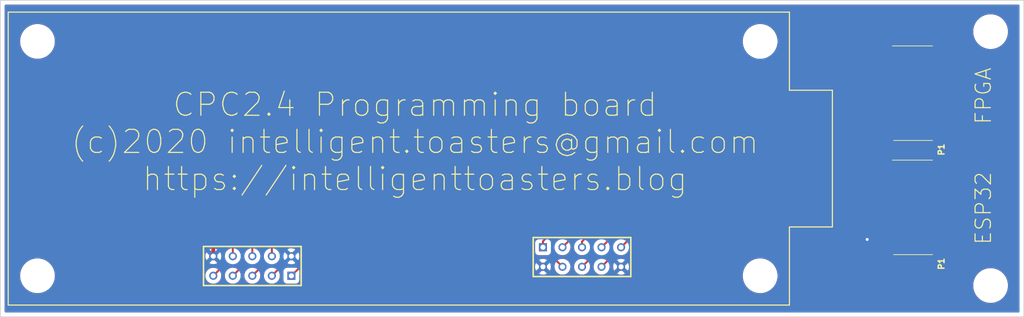
<source format=kicad_pcb>
(kicad_pcb (version 20171130) (host pcbnew 5.1.7-1.fc32)

  (general
    (thickness 1.6)
    (drawings 14)
    (tracks 129)
    (zones 0)
    (modules 10)
    (nets 18)
  )

  (page A4)
  (layers
    (0 F.Cu signal)
    (31 B.Cu signal)
    (32 B.Adhes user)
    (33 F.Adhes user)
    (34 B.Paste user)
    (35 F.Paste user)
    (36 B.SilkS user)
    (37 F.SilkS user)
    (38 B.Mask user)
    (39 F.Mask user)
    (40 Dwgs.User user)
    (41 Cmts.User user)
    (42 Eco1.User user)
    (43 Eco2.User user)
    (44 Edge.Cuts user)
    (45 Margin user)
    (46 B.CrtYd user)
    (47 F.CrtYd user)
    (48 B.Fab user)
    (49 F.Fab user)
  )

  (setup
    (last_trace_width 0.254)
    (trace_clearance 0.254)
    (zone_clearance 0.508)
    (zone_45_only no)
    (trace_min 0.1524)
    (via_size 0.6858)
    (via_drill 0.381)
    (via_min_size 0.6858)
    (via_min_drill 0.381)
    (uvia_size 0.508)
    (uvia_drill 0.254)
    (uvias_allowed yes)
    (uvia_min_size 0.508)
    (uvia_min_drill 0.254)
    (edge_width 0.05)
    (segment_width 0.2)
    (pcb_text_width 0.3)
    (pcb_text_size 1.5 1.5)
    (mod_edge_width 0.12)
    (mod_text_size 1 1)
    (mod_text_width 0.15)
    (pad_size 1.524 1.524)
    (pad_drill 0.762)
    (pad_to_mask_clearance 0)
    (aux_axis_origin 132.08 68.58)
    (grid_origin 105.41 34.29)
    (visible_elements FFFFFF7F)
    (pcbplotparams
      (layerselection 0x010fc_ffffffff)
      (usegerberextensions false)
      (usegerberattributes true)
      (usegerberadvancedattributes true)
      (creategerberjobfile true)
      (excludeedgelayer true)
      (linewidth 0.100000)
      (plotframeref false)
      (viasonmask false)
      (mode 1)
      (useauxorigin false)
      (hpglpennumber 1)
      (hpglpenspeed 20)
      (hpglpendiameter 15.000000)
      (psnegative false)
      (psa4output false)
      (plotreference true)
      (plotvalue true)
      (plotinvisibletext false)
      (padsonsilk false)
      (subtractmaskfromsilk false)
      (outputformat 1)
      (mirror false)
      (drillshape 0)
      (scaleselection 1)
      (outputdirectory "/tmp/Test"))
  )

  (net 0 "")
  (net 1 "Net-(J1-Pad9)")
  (net 2 "Net-(J1-Pad8)")
  (net 3 "Net-(J1-Pad7)")
  (net 4 "Net-(J1-Pad6)")
  (net 5 "Net-(J1-Pad5)")
  (net 6 "Net-(J1-Pad4)")
  (net 7 "Net-(J1-Pad3)")
  (net 8 "Net-(J1-Pad1)")
  (net 9 "Net-(J3-Pad9)")
  (net 10 "Net-(J3-Pad8)")
  (net 11 "Net-(J3-Pad7)")
  (net 12 "Net-(J3-Pad6)")
  (net 13 "Net-(J3-Pad5)")
  (net 14 "Net-(J3-Pad4)")
  (net 15 "Net-(J3-Pad3)")
  (net 16 "Net-(J3-Pad1)")
  (net 17 GNDD)

  (net_class Default "This is the default net class."
    (clearance 0.254)
    (trace_width 0.254)
    (via_dia 0.6858)
    (via_drill 0.381)
    (uvia_dia 0.508)
    (uvia_drill 0.254)
    (add_net "Net-(J1-Pad1)")
    (add_net "Net-(J1-Pad3)")
    (add_net "Net-(J1-Pad4)")
    (add_net "Net-(J1-Pad5)")
    (add_net "Net-(J1-Pad6)")
    (add_net "Net-(J1-Pad7)")
    (add_net "Net-(J1-Pad8)")
    (add_net "Net-(J1-Pad9)")
    (add_net "Net-(J3-Pad1)")
    (add_net "Net-(J3-Pad3)")
    (add_net "Net-(J3-Pad4)")
    (add_net "Net-(J3-Pad5)")
    (add_net "Net-(J3-Pad6)")
    (add_net "Net-(J3-Pad7)")
    (add_net "Net-(J3-Pad8)")
    (add_net "Net-(J3-Pad9)")
  )

  (net_class Power ""
    (clearance 0.254)
    (trace_width 0.508)
    (via_dia 0.9906)
    (via_drill 0.381)
    (uvia_dia 0.9906)
    (uvia_drill 0.381)
    (add_net GNDD)
  )

  (module MouserLib:HDRV10W43P254_2X5_1270X508X599P (layer B.Cu) (tedit 5F8EBAB5) (tstamp 5F8EBE52)
    (at 174.9552 64.8716)
    (descr 823-22-010-10-004101)
    (tags Connector)
    (path /5F8E58AA)
    (fp_text reference J4 (at -0.508 -2.286) (layer F.SilkS) hide
      (effects (font (size 1.27 1.27) (thickness 0.254)))
    )
    (fp_text value 823-22-010-10-004101 (at 0 0) (layer B.SilkS) hide
      (effects (font (size 1.27 1.27) (thickness 0.254)) (justify mirror))
    )
    (fp_line (start 11.43 3.81) (end -1.27 3.81) (layer F.SilkS) (width 0.2))
    (fp_line (start 11.43 -1.27) (end 11.43 3.81) (layer F.SilkS) (width 0.2))
    (fp_line (start -1.27 -1.27) (end 11.43 -1.27) (layer F.SilkS) (width 0.2))
    (fp_line (start -1.27 3.81) (end -1.27 -1.27) (layer F.SilkS) (width 0.2))
    (fp_line (start 11.43 -1.27) (end -1.27 -1.27) (layer B.Fab) (width 0.1))
    (fp_line (start 11.43 3.81) (end 11.43 -1.27) (layer B.Fab) (width 0.1))
    (fp_line (start -1.27 3.81) (end 11.43 3.81) (layer B.Fab) (width 0.1))
    (fp_line (start -1.27 -1.27) (end -1.27 3.81) (layer B.Fab) (width 0.1))
    (fp_line (start 11.68 -1.52) (end -1.52 -1.52) (layer F.CrtYd) (width 0.05))
    (fp_line (start 11.68 4.06) (end 11.68 -1.52) (layer F.CrtYd) (width 0.05))
    (fp_line (start -1.52 4.06) (end 11.68 4.06) (layer F.CrtYd) (width 0.05))
    (fp_line (start -1.52 -1.52) (end -1.52 4.06) (layer F.CrtYd) (width 0.05))
    (fp_text user %R (at 10.668 5.334) (layer F.Fab) hide
      (effects (font (size 1.27 1.27) (thickness 0.254)))
    )
    (pad 10 thru_hole circle (at 10.16 2.54) (size 1.05 1.05) (drill 0.65) (layers *.Cu *.Mask)
      (net 17 GNDD))
    (pad 9 thru_hole circle (at 10.16 0) (size 1.05 1.05) (drill 0.65) (layers *.Cu *.Mask)
      (net 9 "Net-(J3-Pad9)"))
    (pad 8 thru_hole circle (at 7.62 2.54) (size 1.05 1.05) (drill 0.65) (layers *.Cu *.Mask)
      (net 10 "Net-(J3-Pad8)"))
    (pad 7 thru_hole circle (at 7.62 0) (size 1.05 1.05) (drill 0.65) (layers *.Cu *.Mask)
      (net 11 "Net-(J3-Pad7)"))
    (pad 6 thru_hole circle (at 5.08 2.54) (size 1.05 1.05) (drill 0.65) (layers *.Cu *.Mask)
      (net 12 "Net-(J3-Pad6)"))
    (pad 5 thru_hole circle (at 5.08 0) (size 1.05 1.05) (drill 0.65) (layers *.Cu *.Mask)
      (net 13 "Net-(J3-Pad5)"))
    (pad 4 thru_hole circle (at 2.54 2.54) (size 1.05 1.05) (drill 0.65) (layers *.Cu *.Mask)
      (net 14 "Net-(J3-Pad4)"))
    (pad 3 thru_hole circle (at 2.54 0) (size 1.05 1.05) (drill 0.65) (layers *.Cu *.Mask)
      (net 15 "Net-(J3-Pad3)"))
    (pad 2 thru_hole circle (at 0 2.54) (size 1.05 1.05) (drill 0.65) (layers *.Cu *.Mask)
      (net 17 GNDD))
    (pad 1 thru_hole rect (at 0 0) (size 1.05 1.05) (drill 0.65) (layers *.Cu *.Mask)
      (net 16 "Net-(J3-Pad1)"))
    (model Z:\KicadLibraries\SamacSys_Parts.3dshapes\823-22-010-10-004101.stp
      (at (xyz 0 0 0))
      (scale (xyz 1 1 1))
      (rotate (xyz 0 0 0))
    )
  )

  (module MouserLib:HDRV10W43P254_2X5_1270X508X599P (layer B.Cu) (tedit 5F8EB98E) (tstamp 5F8DBB49)
    (at 142.24 68.58 180)
    (descr 823-22-010-10-004101)
    (tags Connector)
    (path /5F8DAF10)
    (fp_text reference J2 (at 10.668 5.08) (layer F.SilkS) hide
      (effects (font (size 1.27 1.27) (thickness 0.254)))
    )
    (fp_text value 823-22-010-10-004101 (at 0 0) (layer B.SilkS) hide
      (effects (font (size 1.27 1.27) (thickness 0.254)) (justify mirror))
    )
    (fp_line (start -1.52 -1.52) (end -1.52 4.06) (layer F.CrtYd) (width 0.05))
    (fp_line (start -1.52 4.06) (end 11.68 4.06) (layer F.CrtYd) (width 0.05))
    (fp_line (start 11.68 4.06) (end 11.68 -1.52) (layer F.CrtYd) (width 0.05))
    (fp_line (start 11.68 -1.52) (end -1.52 -1.52) (layer F.CrtYd) (width 0.05))
    (fp_line (start -1.27 -1.27) (end -1.27 3.81) (layer B.Fab) (width 0.1))
    (fp_line (start -1.27 3.81) (end 11.43 3.81) (layer B.Fab) (width 0.1))
    (fp_line (start 11.43 3.81) (end 11.43 -1.27) (layer B.Fab) (width 0.1))
    (fp_line (start 11.43 -1.27) (end -1.27 -1.27) (layer B.Fab) (width 0.1))
    (fp_line (start -1.27 3.81) (end -1.27 -1.27) (layer F.SilkS) (width 0.2))
    (fp_line (start -1.27 -1.27) (end 11.43 -1.27) (layer F.SilkS) (width 0.2))
    (fp_line (start 11.43 -1.27) (end 11.43 3.81) (layer F.SilkS) (width 0.2))
    (fp_line (start 11.43 3.81) (end -1.27 3.81) (layer F.SilkS) (width 0.2))
    (fp_text user %R (at -0.508 -2.54) (layer F.Fab) hide
      (effects (font (size 1.27 1.27) (thickness 0.254)))
    )
    (pad 10 thru_hole circle (at 10.16 2.54 180) (size 1.05 1.05) (drill 0.65) (layers *.Cu *.Mask)
      (net 17 GNDD))
    (pad 9 thru_hole circle (at 10.16 0 180) (size 1.05 1.05) (drill 0.65) (layers *.Cu *.Mask)
      (net 1 "Net-(J1-Pad9)"))
    (pad 8 thru_hole circle (at 7.62 2.54 180) (size 1.05 1.05) (drill 0.65) (layers *.Cu *.Mask)
      (net 2 "Net-(J1-Pad8)"))
    (pad 7 thru_hole circle (at 7.62 0 180) (size 1.05 1.05) (drill 0.65) (layers *.Cu *.Mask)
      (net 3 "Net-(J1-Pad7)"))
    (pad 6 thru_hole circle (at 5.08 2.54 180) (size 1.05 1.05) (drill 0.65) (layers *.Cu *.Mask)
      (net 4 "Net-(J1-Pad6)"))
    (pad 5 thru_hole circle (at 5.08 0 180) (size 1.05 1.05) (drill 0.65) (layers *.Cu *.Mask)
      (net 5 "Net-(J1-Pad5)"))
    (pad 4 thru_hole circle (at 2.54 2.54 180) (size 1.05 1.05) (drill 0.65) (layers *.Cu *.Mask)
      (net 6 "Net-(J1-Pad4)"))
    (pad 3 thru_hole circle (at 2.54 0 180) (size 1.05 1.05) (drill 0.65) (layers *.Cu *.Mask)
      (net 7 "Net-(J1-Pad3)"))
    (pad 2 thru_hole circle (at 0 2.54 180) (size 1.05 1.05) (drill 0.65) (layers *.Cu *.Mask)
      (net 17 GNDD))
    (pad 1 thru_hole rect (at 0 0 180) (size 1.05 1.05) (drill 0.65) (layers *.Cu *.Mask)
      (net 8 "Net-(J1-Pad1)"))
    (model Z:\KicadLibraries\SamacSys_Parts.3dshapes\823-22-010-10-004101.stp
      (at (xyz 0 0 0))
      (scale (xyz 1 1 1))
      (rotate (xyz 0 0 0))
    )
  )

  (module MouserLib:51461314 (layer F.Cu) (tedit 0) (tstamp 5F93F284)
    (at 223.012 59.69 90)
    (descr 5-146131-4-1)
    (tags Connector)
    (path /5F8E583E)
    (attr smd)
    (fp_text reference J3 (at -8.636 3.556 90) (layer F.SilkS) hide
      (effects (font (size 1.27 1.27) (thickness 0.254)))
    )
    (fp_text value 5-146131-4 (at 0 0 90) (layer F.SilkS) hide
      (effects (font (size 1.27 1.27) (thickness 0.254)))
    )
    (fp_text user %R (at 0 0 90) (layer F.Fab) hide
      (effects (font (size 1.27 1.27) (thickness 0.254)))
    )
    (fp_line (start -6.145 -2.44) (end 6.145 -2.44) (layer F.Fab) (width 0.2))
    (fp_line (start 6.145 -2.44) (end 6.145 2.44) (layer F.Fab) (width 0.2))
    (fp_line (start 6.145 2.44) (end -6.145 2.44) (layer F.Fab) (width 0.2))
    (fp_line (start -6.145 2.44) (end -6.145 -2.44) (layer F.Fab) (width 0.2))
    (fp_line (start -7.145 -5.385) (end 7.145 -5.385) (layer F.CrtYd) (width 0.1))
    (fp_line (start 7.145 -5.385) (end 7.145 5.385) (layer F.CrtYd) (width 0.1))
    (fp_line (start 7.145 5.385) (end -7.145 5.385) (layer F.CrtYd) (width 0.1))
    (fp_line (start -7.145 5.385) (end -7.145 -5.385) (layer F.CrtYd) (width 0.1))
    (fp_line (start -6.145 -2.44) (end -6.145 2.605) (layer F.SilkS) (width 0.1))
    (fp_line (start 6.145 -2.605) (end 6.145 2.605) (layer F.SilkS) (width 0.1))
    (pad 1 smd rect (at -5.08 2.605 90) (size 1.27 3.56) (layers F.Cu F.Paste F.Mask)
      (net 16 "Net-(J3-Pad1)"))
    (pad 2 smd rect (at -5.08 -2.605 90) (size 1.27 3.56) (layers F.Cu F.Paste F.Mask)
      (net 17 GNDD))
    (pad 3 smd rect (at -2.54 2.605 90) (size 1.27 3.56) (layers F.Cu F.Paste F.Mask)
      (net 15 "Net-(J3-Pad3)"))
    (pad 4 smd rect (at -2.54 -2.605 90) (size 1.27 3.56) (layers F.Cu F.Paste F.Mask)
      (net 14 "Net-(J3-Pad4)"))
    (pad 5 smd rect (at 0 2.605 90) (size 1.27 3.56) (layers F.Cu F.Paste F.Mask)
      (net 13 "Net-(J3-Pad5)"))
    (pad 6 smd rect (at 0 -2.605 90) (size 1.27 3.56) (layers F.Cu F.Paste F.Mask)
      (net 12 "Net-(J3-Pad6)"))
    (pad 7 smd rect (at 2.54 2.605 90) (size 1.27 3.56) (layers F.Cu F.Paste F.Mask)
      (net 11 "Net-(J3-Pad7)"))
    (pad 8 smd rect (at 2.54 -2.605 90) (size 1.27 3.56) (layers F.Cu F.Paste F.Mask)
      (net 10 "Net-(J3-Pad8)"))
    (pad 9 smd rect (at 5.08 2.605 90) (size 1.27 3.56) (layers F.Cu F.Paste F.Mask)
      (net 9 "Net-(J3-Pad9)"))
    (pad 10 smd rect (at 5.08 -2.605 90) (size 1.27 3.56) (layers F.Cu F.Paste F.Mask)
      (net 17 GNDD))
    (model Z:\KicadLibraries\SamacSys_Parts.3dshapes\5-146131-4.stp
      (at (xyz 0 0 0))
      (scale (xyz 1 1 1))
      (rotate (xyz 0 0 0))
    )
  )

  (module MouserLib:51461314 (layer F.Cu) (tedit 0) (tstamp 5F93F23C)
    (at 223.012 44.831 90)
    (descr 5-146131-4-1)
    (tags Connector)
    (path /5F8DA74A)
    (attr smd)
    (fp_text reference J1 (at -8.382 3.048 90) (layer F.SilkS) hide
      (effects (font (size 1.27 1.27) (thickness 0.254)))
    )
    (fp_text value 5-146131-4 (at 0 0 90) (layer F.SilkS) hide
      (effects (font (size 1.27 1.27) (thickness 0.254)))
    )
    (fp_text user %R (at 0 0 90) (layer F.Fab) hide
      (effects (font (size 1.27 1.27) (thickness 0.254)))
    )
    (fp_line (start -6.145 -2.44) (end 6.145 -2.44) (layer F.Fab) (width 0.2))
    (fp_line (start 6.145 -2.44) (end 6.145 2.44) (layer F.Fab) (width 0.2))
    (fp_line (start 6.145 2.44) (end -6.145 2.44) (layer F.Fab) (width 0.2))
    (fp_line (start -6.145 2.44) (end -6.145 -2.44) (layer F.Fab) (width 0.2))
    (fp_line (start -7.145 -5.385) (end 7.145 -5.385) (layer F.CrtYd) (width 0.1))
    (fp_line (start 7.145 -5.385) (end 7.145 5.385) (layer F.CrtYd) (width 0.1))
    (fp_line (start 7.145 5.385) (end -7.145 5.385) (layer F.CrtYd) (width 0.1))
    (fp_line (start -7.145 5.385) (end -7.145 -5.385) (layer F.CrtYd) (width 0.1))
    (fp_line (start -6.145 -2.44) (end -6.145 2.605) (layer F.SilkS) (width 0.1))
    (fp_line (start 6.145 -2.605) (end 6.145 2.605) (layer F.SilkS) (width 0.1))
    (pad 1 smd rect (at -5.08 2.605 90) (size 1.27 3.56) (layers F.Cu F.Paste F.Mask)
      (net 8 "Net-(J1-Pad1)"))
    (pad 2 smd rect (at -5.08 -2.605 90) (size 1.27 3.56) (layers F.Cu F.Paste F.Mask)
      (net 17 GNDD))
    (pad 3 smd rect (at -2.54 2.605 90) (size 1.27 3.56) (layers F.Cu F.Paste F.Mask)
      (net 7 "Net-(J1-Pad3)"))
    (pad 4 smd rect (at -2.54 -2.605 90) (size 1.27 3.56) (layers F.Cu F.Paste F.Mask)
      (net 6 "Net-(J1-Pad4)"))
    (pad 5 smd rect (at 0 2.605 90) (size 1.27 3.56) (layers F.Cu F.Paste F.Mask)
      (net 5 "Net-(J1-Pad5)"))
    (pad 6 smd rect (at 0 -2.605 90) (size 1.27 3.56) (layers F.Cu F.Paste F.Mask)
      (net 4 "Net-(J1-Pad6)"))
    (pad 7 smd rect (at 2.54 2.605 90) (size 1.27 3.56) (layers F.Cu F.Paste F.Mask)
      (net 3 "Net-(J1-Pad7)"))
    (pad 8 smd rect (at 2.54 -2.605 90) (size 1.27 3.56) (layers F.Cu F.Paste F.Mask)
      (net 2 "Net-(J1-Pad8)"))
    (pad 9 smd rect (at 5.08 2.605 90) (size 1.27 3.56) (layers F.Cu F.Paste F.Mask)
      (net 1 "Net-(J1-Pad9)"))
    (pad 10 smd rect (at 5.08 -2.605 90) (size 1.27 3.56) (layers F.Cu F.Paste F.Mask)
      (net 17 GNDD))
    (model Z:\KicadLibraries\SamacSys_Parts.3dshapes\5-146131-4.stp
      (at (xyz 0 0 0))
      (scale (xyz 1 1 1))
      (rotate (xyz 0 0 0))
    )
  )

  (module MountingHole:MountingHole_3.5mm (layer F.Cu) (tedit 56D1B4CB) (tstamp 5F93F1F5)
    (at 233.172 36.83)
    (descr "Mounting Hole 3.5mm, no annular")
    (tags "mounting hole 3.5mm no annular")
    (attr virtual)
    (fp_text reference REF** (at 0 -4.5) (layer F.SilkS) hide
      (effects (font (size 1 1) (thickness 0.15)))
    )
    (fp_text value MountingHole_3.5mm (at 0 4.5) (layer F.Fab) hide
      (effects (font (size 1 1) (thickness 0.15)))
    )
    (fp_text user %R (at 0.3 0) (layer F.Fab) hide
      (effects (font (size 1 1) (thickness 0.15)))
    )
    (fp_circle (center 0 0) (end 3.5 0) (layer Cmts.User) (width 0.15))
    (fp_circle (center 0 0) (end 3.75 0) (layer F.CrtYd) (width 0.05))
    (pad 1 np_thru_hole circle (at 0 0) (size 3.5 3.5) (drill 3.5) (layers *.Cu *.Mask))
  )

  (module MountingHole:MountingHole_3.5mm (layer F.Cu) (tedit 56D1B4CB) (tstamp 5F93F1E0)
    (at 233.172 69.85)
    (descr "Mounting Hole 3.5mm, no annular")
    (tags "mounting hole 3.5mm no annular")
    (attr virtual)
    (fp_text reference REF** (at 0 -4.5) (layer F.SilkS) hide
      (effects (font (size 1 1) (thickness 0.15)))
    )
    (fp_text value MountingHole_3.5mm (at 0 4.5) (layer F.Fab) hide
      (effects (font (size 1 1) (thickness 0.15)))
    )
    (fp_text user %R (at 0.3 0) (layer F.Fab) hide
      (effects (font (size 1 1) (thickness 0.15)))
    )
    (fp_circle (center 0 0) (end 3.75 0) (layer F.CrtYd) (width 0.05))
    (fp_circle (center 0 0) (end 3.5 0) (layer Cmts.User) (width 0.15))
    (pad 1 np_thru_hole circle (at 0 0) (size 3.5 3.5) (drill 3.5) (layers *.Cu *.Mask))
  )

  (module MountingHole:MountingHole_3.5mm (layer F.Cu) (tedit 56D1B4CB) (tstamp 5F8DB63A)
    (at 203.2 68.58)
    (descr "Mounting Hole 3.5mm, no annular")
    (tags "mounting hole 3.5mm no annular")
    (attr virtual)
    (fp_text reference REF** (at 0 -4.5) (layer F.SilkS) hide
      (effects (font (size 1 1) (thickness 0.15)))
    )
    (fp_text value MountingHole_3.5mm (at 0 4.5) (layer F.Fab) hide
      (effects (font (size 1 1) (thickness 0.15)))
    )
    (fp_circle (center 0 0) (end 3.75 0) (layer F.CrtYd) (width 0.05))
    (fp_circle (center 0 0) (end 3.5 0) (layer Cmts.User) (width 0.15))
    (fp_text user %R (at 0.3 0) (layer F.Fab) hide
      (effects (font (size 1 1) (thickness 0.15)))
    )
    (pad 1 np_thru_hole circle (at 0 0) (size 3.5 3.5) (drill 3.5) (layers *.Cu *.Mask))
  )

  (module MountingHole:MountingHole_3.5mm (layer F.Cu) (tedit 56D1B4CB) (tstamp 5F8DB62C)
    (at 109.22 68.58)
    (descr "Mounting Hole 3.5mm, no annular")
    (tags "mounting hole 3.5mm no annular")
    (attr virtual)
    (fp_text reference REF** (at 0 -4.5) (layer F.SilkS) hide
      (effects (font (size 1 1) (thickness 0.15)))
    )
    (fp_text value MountingHole_3.5mm (at 0 4.5) (layer F.Fab) hide
      (effects (font (size 1 1) (thickness 0.15)))
    )
    (fp_circle (center 0 0) (end 3.5 0) (layer Cmts.User) (width 0.15))
    (fp_circle (center 0 0) (end 3.75 0) (layer F.CrtYd) (width 0.05))
    (fp_text user %R (at 0.3 0) (layer F.Fab) hide
      (effects (font (size 1 1) (thickness 0.15)))
    )
    (pad 1 np_thru_hole circle (at 0 0) (size 3.5 3.5) (drill 3.5) (layers *.Cu *.Mask))
  )

  (module MountingHole:MountingHole_3.5mm (layer F.Cu) (tedit 56D1B4CB) (tstamp 5F8DB61E)
    (at 203.2 38.1)
    (descr "Mounting Hole 3.5mm, no annular")
    (tags "mounting hole 3.5mm no annular")
    (attr virtual)
    (fp_text reference REF** (at 0 -4.5) (layer F.SilkS) hide
      (effects (font (size 1 1) (thickness 0.15)))
    )
    (fp_text value MountingHole_3.5mm (at 0 4.5) (layer F.Fab) hide
      (effects (font (size 1 1) (thickness 0.15)))
    )
    (fp_circle (center 0 0) (end 3.75 0) (layer F.CrtYd) (width 0.05))
    (fp_circle (center 0 0) (end 3.5 0) (layer Cmts.User) (width 0.15))
    (fp_text user %R (at 0.3 0) (layer F.Fab) hide
      (effects (font (size 1 1) (thickness 0.15)))
    )
    (pad 1 np_thru_hole circle (at 0 0) (size 3.5 3.5) (drill 3.5) (layers *.Cu *.Mask))
  )

  (module MountingHole:MountingHole_3.5mm (layer F.Cu) (tedit 56D1B4CB) (tstamp 5F8DB4D6)
    (at 109.22 38.1)
    (descr "Mounting Hole 3.5mm, no annular")
    (tags "mounting hole 3.5mm no annular")
    (attr virtual)
    (fp_text reference REF** (at 0 -4.5) (layer F.SilkS) hide
      (effects (font (size 1 1) (thickness 0.15)))
    )
    (fp_text value MountingHole_3.5mm (at 0 4.5) (layer F.Fab) hide
      (effects (font (size 1 1) (thickness 0.15)))
    )
    (fp_circle (center 0 0) (end 3.5 0) (layer Cmts.User) (width 0.15))
    (fp_circle (center 0 0) (end 3.75 0) (layer F.CrtYd) (width 0.05))
    (fp_text user %R (at 0.3 0) (layer F.Fab) hide
      (effects (font (size 1 1) (thickness 0.15)))
    )
    (pad 1 np_thru_hole circle (at 0 0) (size 3.5 3.5) (drill 3.5) (layers *.Cu *.Mask))
  )

  (gr_line (start 212.598 62.23) (end 207.01 62.23) (layer F.SilkS) (width 0.15))
  (gr_line (start 207.01 44.45) (end 212.598 44.45) (layer F.SilkS) (width 0.15))
  (gr_line (start 207.01 62.23) (end 207.01 72.39) (layer F.SilkS) (width 0.15) (tstamp 5F93F9A0))
  (gr_line (start 212.598 44.45) (end 212.598 62.23) (layer F.SilkS) (width 0.15) (tstamp 5F93F9C2))
  (gr_text P1 (at 226.7712 67.0306 90) (layer F.SilkS) (tstamp 5F93F219)
    (effects (font (size 0.762 0.762) (thickness 0.1905)))
  )
  (gr_text P1 (at 226.7712 52.1716 90) (layer F.SilkS) (tstamp 5F93F216)
    (effects (font (size 0.762 0.762) (thickness 0.1905)))
  )
  (gr_text ESP32 (at 232.2322 59.7916 90) (layer F.SilkS) (tstamp 5F93F213)
    (effects (font (size 2 2) (thickness 0.15)))
  )
  (gr_text FPGA (at 232.2322 45.1866 90) (layer F.SilkS) (tstamp 5F93F210)
    (effects (font (size 2 2) (thickness 0.15)))
  )
  (gr_text "CPC2.4 Programming board\n(c)2020 intelligent.toasters@gmail.com\nhttps://intelligenttoasters.blog" (at 158.3182 51.1556) (layer F.SilkS)
    (effects (font (size 3 3) (thickness 0.15)))
  )
  (gr_poly (pts (xy 237.49 73.914) (xy 104.394 73.914) (xy 104.394 32.766) (xy 237.49 32.766)) (layer Edge.Cuts) (width 0.1) (tstamp 5F93F91E))
  (gr_line (start 105.41 72.39) (end 105.41 34.29) (layer F.SilkS) (width 0.15) (tstamp 5F8DB056))
  (gr_line (start 207.01 72.39) (end 105.41 72.39) (layer F.SilkS) (width 0.15))
  (gr_line (start 207.01 34.29) (end 207.01 44.45) (layer F.SilkS) (width 0.15))
  (gr_line (start 105.41 34.29) (end 207.01 34.29) (layer F.SilkS) (width 0.15))

  (segment (start 224.3724 40.9956) (end 225.617 39.751) (width 0.254) (layer F.Cu) (net 1))
  (segment (start 133.2992 58.1406) (end 150.4442 40.9956) (width 0.254) (layer F.Cu) (net 1))
  (segment (start 150.4442 40.9956) (end 224.3724 40.9956) (width 0.254) (layer F.Cu) (net 1))
  (segment (start 133.2992 67.3608) (end 133.2992 58.1406) (width 0.254) (layer F.Cu) (net 1))
  (segment (start 132.08 68.58) (end 133.2992 67.3608) (width 0.254) (layer F.Cu) (net 1))
  (segment (start 134.62 59.4868) (end 134.62 66.04) (width 0.254) (layer F.Cu) (net 2))
  (segment (start 151.8158 42.291) (end 134.62 59.4868) (width 0.254) (layer F.Cu) (net 2))
  (segment (start 220.407 42.291) (end 151.8158 42.291) (width 0.254) (layer F.Cu) (net 2))
  (segment (start 224.4852 43.5356) (end 225.617 42.4038) (width 0.254) (layer F.Cu) (net 3))
  (segment (start 135.8392 60.5536) (end 152.8572 43.5356) (width 0.254) (layer F.Cu) (net 3))
  (segment (start 225.617 42.4038) (end 225.617 42.291) (width 0.254) (layer F.Cu) (net 3))
  (segment (start 135.8392 67.3608) (end 135.8392 60.5536) (width 0.254) (layer F.Cu) (net 3))
  (segment (start 152.8572 43.5356) (end 224.4852 43.5356) (width 0.254) (layer F.Cu) (net 3))
  (segment (start 134.62 68.58) (end 135.8392 67.3608) (width 0.254) (layer F.Cu) (net 3))
  (segment (start 137.16 61.5188) (end 137.16 66.04) (width 0.254) (layer F.Cu) (net 4))
  (segment (start 153.8478 44.831) (end 137.16 61.5188) (width 0.254) (layer F.Cu) (net 4))
  (segment (start 220.407 44.831) (end 153.8478 44.831) (width 0.254) (layer F.Cu) (net 4))
  (segment (start 138.3792 62.9666) (end 155.2702 46.0756) (width 0.254) (layer F.Cu) (net 5))
  (segment (start 225.617 44.9438) (end 225.617 44.831) (width 0.254) (layer F.Cu) (net 5))
  (segment (start 155.2702 46.0756) (end 224.4852 46.0756) (width 0.254) (layer F.Cu) (net 5))
  (segment (start 138.3792 67.3608) (end 138.3792 62.9666) (width 0.254) (layer F.Cu) (net 5))
  (segment (start 224.4852 46.0756) (end 225.617 44.9438) (width 0.254) (layer F.Cu) (net 5))
  (segment (start 137.16 68.58) (end 138.3792 67.3608) (width 0.254) (layer F.Cu) (net 5))
  (segment (start 139.7 64.0588) (end 139.7 66.04) (width 0.254) (layer F.Cu) (net 6))
  (segment (start 156.3878 47.371) (end 139.7 64.0588) (width 0.254) (layer F.Cu) (net 6))
  (segment (start 220.407 47.371) (end 156.3878 47.371) (width 0.254) (layer F.Cu) (net 6))
  (segment (start 157.516272 48.6156) (end 224.3724 48.6156) (width 0.254) (layer F.Cu) (net 7))
  (segment (start 140.9192 65.212672) (end 157.516272 48.6156) (width 0.254) (layer F.Cu) (net 7))
  (segment (start 224.3724 48.6156) (end 225.617 47.371) (width 0.254) (layer F.Cu) (net 7))
  (segment (start 140.9192 67.3608) (end 140.9192 65.212672) (width 0.254) (layer F.Cu) (net 7))
  (segment (start 139.7 68.58) (end 140.9192 67.3608) (width 0.254) (layer F.Cu) (net 7))
  (segment (start 159.2834 51.5366) (end 142.24 68.58) (width 0.254) (layer F.Cu) (net 8))
  (segment (start 223.9914 51.5366) (end 159.2834 51.5366) (width 0.254) (layer F.Cu) (net 8))
  (segment (start 225.617 49.911) (end 223.9914 51.5366) (width 0.254) (layer F.Cu) (net 8))
  (via (at 217.1192 63.8556) (size 0.9906) (drill 0.381) (layers F.Cu B.Cu) (net 17) (tstamp 5F93F162))
  (segment (start 217.5256 39.751) (end 213.0552 35.2806) (width 0.508) (layer F.Cu) (net 17) (tstamp 5F93F2C1))
  (segment (start 220.407 39.751) (end 217.5256 39.751) (width 0.508) (layer F.Cu) (net 17) (tstamp 5F93F20D))
  (segment (start 158.369 49.911) (end 142.24 66.04) (width 0.508) (layer F.Cu) (net 17))
  (segment (start 220.407 49.911) (end 165.481 49.911) (width 0.508) (layer F.Cu) (net 17) (tstamp 5F93F2BE))
  (segment (start 228.9556 54.61) (end 225.617 54.61) (width 0.254) (layer F.Cu) (net 9))
  (segment (start 230.8352 56.4896) (end 228.9556 54.61) (width 0.254) (layer F.Cu) (net 9))
  (segment (start 230.8352 66.6496) (end 230.8352 56.4896) (width 0.254) (layer F.Cu) (net 9))
  (segment (start 228.930181 68.554619) (end 230.8352 66.6496) (width 0.254) (layer F.Cu) (net 9))
  (segment (start 216.150475 68.554619) (end 228.930181 68.554619) (width 0.254) (layer F.Cu) (net 9))
  (segment (start 211.705456 64.1096) (end 216.150475 68.554619) (width 0.254) (layer F.Cu) (net 9))
  (segment (start 185.8772 64.1096) (end 211.705456 64.1096) (width 0.254) (layer F.Cu) (net 9))
  (segment (start 185.1152 64.8716) (end 185.8772 64.1096) (width 0.254) (layer F.Cu) (net 9))
  (segment (start 183.8452 66.1416) (end 182.5752 67.4116) (width 0.254) (layer F.Cu) (net 10))
  (segment (start 184.734211 63.601589) (end 183.8452 64.4906) (width 0.254) (layer F.Cu) (net 10))
  (segment (start 211.915881 63.601589) (end 184.734211 63.601589) (width 0.254) (layer F.Cu) (net 10))
  (segment (start 228.676191 68.046609) (end 216.360901 68.046609) (width 0.254) (layer F.Cu) (net 10))
  (segment (start 230.3272 57.3786) (end 230.3272 66.3956) (width 0.254) (layer F.Cu) (net 10))
  (segment (start 183.8452 64.4906) (end 183.8452 66.1416) (width 0.254) (layer F.Cu) (net 10))
  (segment (start 228.8032 55.8546) (end 230.3272 57.3786) (width 0.254) (layer F.Cu) (net 10))
  (segment (start 216.360901 68.046609) (end 211.915881 63.601589) (width 0.254) (layer F.Cu) (net 10))
  (segment (start 221.7024 55.8546) (end 228.8032 55.8546) (width 0.254) (layer F.Cu) (net 10))
  (segment (start 230.3272 66.3956) (end 228.676191 68.046609) (width 0.254) (layer F.Cu) (net 10))
  (segment (start 220.407 57.15) (end 221.7024 55.8546) (width 0.254) (layer F.Cu) (net 10))
  (segment (start 228.7016 57.15) (end 225.617 57.15) (width 0.254) (layer F.Cu) (net 11))
  (segment (start 229.8192 58.2676) (end 228.7016 57.15) (width 0.254) (layer F.Cu) (net 11))
  (segment (start 229.8192 66.1416) (end 229.8192 58.2676) (width 0.254) (layer F.Cu) (net 11))
  (segment (start 228.422202 67.538598) (end 229.8192 66.1416) (width 0.254) (layer F.Cu) (net 11))
  (segment (start 216.571326 67.538598) (end 228.422202 67.538598) (width 0.254) (layer F.Cu) (net 11))
  (segment (start 212.126305 63.093579) (end 216.571326 67.538598) (width 0.254) (layer F.Cu) (net 11))
  (segment (start 184.353221 63.093579) (end 212.126305 63.093579) (width 0.254) (layer F.Cu) (net 11))
  (segment (start 182.5752 64.8716) (end 184.353221 63.093579) (width 0.254) (layer F.Cu) (net 11))
  (segment (start 181.3052 64.1096) (end 181.3052 66.1416) (width 0.254) (layer F.Cu) (net 12))
  (segment (start 182.829231 62.585569) (end 181.3052 64.1096) (width 0.254) (layer F.Cu) (net 12))
  (segment (start 212.336729 62.585569) (end 182.829231 62.585569) (width 0.254) (layer F.Cu) (net 12))
  (segment (start 228.168213 67.030587) (end 216.781747 67.030587) (width 0.254) (layer F.Cu) (net 12))
  (segment (start 229.3112 65.8876) (end 228.168213 67.030587) (width 0.254) (layer F.Cu) (net 12))
  (segment (start 229.3112 59.7916) (end 229.3112 65.8876) (width 0.254) (layer F.Cu) (net 12))
  (segment (start 181.3052 66.1416) (end 180.0352 67.4116) (width 0.254) (layer F.Cu) (net 12))
  (segment (start 216.781747 67.030587) (end 212.336729 62.585569) (width 0.254) (layer F.Cu) (net 12))
  (segment (start 221.7024 58.3946) (end 227.9142 58.3946) (width 0.254) (layer F.Cu) (net 12))
  (segment (start 227.9142 58.3946) (end 229.3112 59.7916) (width 0.254) (layer F.Cu) (net 12))
  (segment (start 220.407 59.69) (end 221.7024 58.3946) (width 0.254) (layer F.Cu) (net 12))
  (segment (start 227.651 59.69) (end 225.617 59.69) (width 0.254) (layer F.Cu) (net 13))
  (segment (start 228.8032 65.6336) (end 228.8032 60.8422) (width 0.254) (layer F.Cu) (net 13))
  (segment (start 228.8032 60.8422) (end 227.651 59.69) (width 0.254) (layer F.Cu) (net 13))
  (segment (start 212.547153 62.077559) (end 216.99217 66.522576) (width 0.254) (layer F.Cu) (net 13))
  (segment (start 227.914224 66.522576) (end 228.8032 65.6336) (width 0.254) (layer F.Cu) (net 13))
  (segment (start 182.086779 62.077559) (end 212.547153 62.077559) (width 0.254) (layer F.Cu) (net 13))
  (segment (start 216.99217 66.522576) (end 227.914224 66.522576) (width 0.254) (layer F.Cu) (net 13))
  (segment (start 180.0352 64.129138) (end 182.086779 62.077559) (width 0.254) (layer F.Cu) (net 13))
  (segment (start 180.0352 64.8716) (end 180.0352 64.129138) (width 0.254) (layer F.Cu) (net 13))
  (segment (start 176.2252 66.1416) (end 177.4952 67.4116) (width 0.254) (layer F.Cu) (net 14))
  (segment (start 176.2252 64.3636) (end 176.2252 66.1416) (width 0.254) (layer F.Cu) (net 14))
  (segment (start 213.055139 61.061539) (end 179.527261 61.061539) (width 0.254) (layer F.Cu) (net 14))
  (segment (start 214.2236 62.23) (end 213.055139 61.061539) (width 0.254) (layer F.Cu) (net 14))
  (segment (start 179.527261 61.061539) (end 176.2252 64.3636) (width 0.254) (layer F.Cu) (net 14))
  (segment (start 220.407 62.23) (end 214.2236 62.23) (width 0.254) (layer F.Cu) (net 14))
  (segment (start 228.2952 62.8742) (end 227.651 62.23) (width 0.254) (layer F.Cu) (net 15))
  (segment (start 227.651 62.23) (end 225.617 62.23) (width 0.254) (layer F.Cu) (net 15))
  (segment (start 228.2952 65.3796) (end 228.2952 62.8742) (width 0.254) (layer F.Cu) (net 15))
  (segment (start 227.660235 66.014565) (end 228.2952 65.3796) (width 0.254) (layer F.Cu) (net 15))
  (segment (start 217.246165 66.014565) (end 227.660235 66.014565) (width 0.254) (layer F.Cu) (net 15))
  (segment (start 212.801149 61.569549) (end 217.246165 66.014565) (width 0.254) (layer F.Cu) (net 15))
  (segment (start 180.797251 61.569549) (end 212.801149 61.569549) (width 0.254) (layer F.Cu) (net 15))
  (segment (start 177.4952 64.8716) (end 180.797251 61.569549) (width 0.254) (layer F.Cu) (net 15))
  (segment (start 223.583 64.77) (end 225.617 64.77) (width 0.254) (layer F.Cu) (net 16))
  (segment (start 222.9612 61.3156) (end 222.9612 64.1482) (width 0.254) (layer F.Cu) (net 16))
  (segment (start 222.5802 60.9346) (end 222.9612 61.3156) (width 0.254) (layer F.Cu) (net 16))
  (segment (start 222.9612 64.1482) (end 223.583 64.77) (width 0.254) (layer F.Cu) (net 16))
  (segment (start 213.731918 60.9346) (end 222.5802 60.9346) (width 0.254) (layer F.Cu) (net 16))
  (segment (start 213.350847 60.553529) (end 213.731918 60.9346) (width 0.254) (layer F.Cu) (net 16))
  (segment (start 174.9552 64.0926) (end 178.494271 60.553529) (width 0.254) (layer F.Cu) (net 16))
  (segment (start 178.494271 60.553529) (end 213.350847 60.553529) (width 0.254) (layer F.Cu) (net 16))
  (segment (start 174.9552 64.8716) (end 174.9552 64.0926) (width 0.254) (layer F.Cu) (net 16))
  (segment (start 176.2252 68.6816) (end 183.8452 68.6816) (width 0.508) (layer F.Cu) (net 17))
  (segment (start 183.8452 68.6816) (end 185.1152 67.4116) (width 0.508) (layer F.Cu) (net 17))
  (segment (start 174.9552 67.4116) (end 176.2252 68.6816) (width 0.508) (layer F.Cu) (net 17))
  (segment (start 219.4926 63.8556) (end 220.407 64.77) (width 0.508) (layer F.Cu) (net 17) (tstamp 5F93F183))
  (segment (start 217.1192 63.8556) (end 219.4926 63.8556) (width 0.508) (layer F.Cu) (net 17) (tstamp 5F93F1B0))
  (segment (start 132.08 58.641366) (end 132.08 66.04) (width 0.508) (layer F.Cu) (net 17))
  (segment (start 132.08 56.9468) (end 132.08 58.641366) (width 0.508) (layer F.Cu) (net 17))
  (segment (start 149.4282 39.5986) (end 132.08 56.9468) (width 0.508) (layer F.Cu) (net 17))
  (segment (start 196.1642 39.5986) (end 149.4282 39.5986) (width 0.508) (layer F.Cu) (net 17))
  (segment (start 200.4822 35.2806) (end 196.1642 39.5986) (width 0.508) (layer F.Cu) (net 17))
  (segment (start 213.0552 35.2806) (end 200.4822 35.2806) (width 0.508) (layer F.Cu) (net 17))
  (segment (start 173.6852 66.1416) (end 174.430201 66.886601) (width 0.508) (layer F.Cu) (net 17))
  (segment (start 173.6852 63.9826) (end 173.6852 66.1416) (width 0.508) (layer F.Cu) (net 17))
  (segment (start 174.430201 66.886601) (end 174.9552 67.4116) (width 0.508) (layer F.Cu) (net 17))
  (segment (start 177.7492 59.9186) (end 173.6852 63.9826) (width 0.508) (layer F.Cu) (net 17))
  (segment (start 220.407 54.61) (end 218.6178 54.61) (width 0.508) (layer F.Cu) (net 17))
  (segment (start 165.481 49.911) (end 158.369 49.911) (width 0.508) (layer F.Cu) (net 17))
  (segment (start 213.5632 59.6646) (end 178.0032 59.6646) (width 0.508) (layer F.Cu) (net 17))
  (segment (start 178.0032 59.6646) (end 177.7492 59.9186) (width 0.508) (layer F.Cu) (net 17))
  (segment (start 218.6178 54.61) (end 213.5632 59.6646) (width 0.508) (layer F.Cu) (net 17))

  (zone (net 17) (net_name GNDD) (layer F.Cu) (tstamp 5F93F8F7) (hatch edge 0.508)
    (connect_pads (clearance 0.508))
    (min_thickness 0.254)
    (fill yes (arc_segments 32) (thermal_gap 0.508) (thermal_bridge_width 0.508))
    (polygon
      (pts
        (xy 237.49 73.914) (xy 104.394 73.914) (xy 104.394 32.766) (xy 237.49 32.766)
      )
    )
    (filled_polygon
      (pts
        (xy 236.805001 73.229) (xy 105.079 73.229) (xy 105.079 68.345098) (xy 106.835 68.345098) (xy 106.835 68.814902)
        (xy 106.926654 69.275679) (xy 107.10644 69.709721) (xy 107.36745 70.100349) (xy 107.699651 70.43255) (xy 108.090279 70.69356)
        (xy 108.524321 70.873346) (xy 108.985098 70.965) (xy 109.454902 70.965) (xy 109.915679 70.873346) (xy 110.349721 70.69356)
        (xy 110.740349 70.43255) (xy 111.07255 70.100349) (xy 111.33356 69.709721) (xy 111.513346 69.275679) (xy 111.605 68.814902)
        (xy 111.605 68.46575) (xy 130.92 68.46575) (xy 130.92 68.69425) (xy 130.964578 68.91836) (xy 131.052021 69.129466)
        (xy 131.178969 69.319457) (xy 131.340543 69.481031) (xy 131.530534 69.607979) (xy 131.74164 69.695422) (xy 131.96575 69.74)
        (xy 132.19425 69.74) (xy 132.41836 69.695422) (xy 132.629466 69.607979) (xy 132.819457 69.481031) (xy 132.981031 69.319457)
        (xy 133.107979 69.129466) (xy 133.195422 68.91836) (xy 133.24 68.69425) (xy 133.24 68.497631) (xy 133.51065 68.226981)
        (xy 133.504578 68.24164) (xy 133.46 68.46575) (xy 133.46 68.69425) (xy 133.504578 68.91836) (xy 133.592021 69.129466)
        (xy 133.718969 69.319457) (xy 133.880543 69.481031) (xy 134.070534 69.607979) (xy 134.28164 69.695422) (xy 134.50575 69.74)
        (xy 134.73425 69.74) (xy 134.95836 69.695422) (xy 135.169466 69.607979) (xy 135.359457 69.481031) (xy 135.521031 69.319457)
        (xy 135.647979 69.129466) (xy 135.735422 68.91836) (xy 135.78 68.69425) (xy 135.78 68.497631) (xy 136.05065 68.226981)
        (xy 136.044578 68.24164) (xy 136 68.46575) (xy 136 68.69425) (xy 136.044578 68.91836) (xy 136.132021 69.129466)
        (xy 136.258969 69.319457) (xy 136.420543 69.481031) (xy 136.610534 69.607979) (xy 136.82164 69.695422) (xy 137.04575 69.74)
        (xy 137.27425 69.74) (xy 137.49836 69.695422) (xy 137.709466 69.607979) (xy 137.899457 69.481031) (xy 138.061031 69.319457)
        (xy 138.187979 69.129466) (xy 138.275422 68.91836) (xy 138.32 68.69425) (xy 138.32 68.497631) (xy 138.59065 68.226981)
        (xy 138.584578 68.24164) (xy 138.54 68.46575) (xy 138.54 68.69425) (xy 138.584578 68.91836) (xy 138.672021 69.129466)
        (xy 138.798969 69.319457) (xy 138.960543 69.481031) (xy 139.150534 69.607979) (xy 139.36164 69.695422) (xy 139.58575 69.74)
        (xy 139.81425 69.74) (xy 140.03836 69.695422) (xy 140.249466 69.607979) (xy 140.439457 69.481031) (xy 140.601031 69.319457)
        (xy 140.727979 69.129466) (xy 140.815422 68.91836) (xy 140.86 68.69425) (xy 140.86 68.497631) (xy 141.076928 68.280703)
        (xy 141.076928 69.105) (xy 141.089188 69.229482) (xy 141.125498 69.34918) (xy 141.184463 69.459494) (xy 141.263815 69.556185)
        (xy 141.360506 69.635537) (xy 141.47082 69.694502) (xy 141.590518 69.730812) (xy 141.715 69.743072) (xy 142.765 69.743072)
        (xy 142.889482 69.730812) (xy 143.00918 69.694502) (xy 143.119494 69.635537) (xy 143.216185 69.556185) (xy 143.295537 69.459494)
        (xy 143.354502 69.34918) (xy 143.390812 69.229482) (xy 143.403072 69.105) (xy 143.403072 68.494558) (xy 143.689954 68.207676)
        (xy 174.338729 68.207676) (xy 174.376893 68.423636) (xy 174.585444 68.517012) (xy 174.808204 68.567908) (xy 175.036613 68.574367)
        (xy 175.261893 68.536142) (xy 175.475387 68.454702) (xy 175.533507 68.423636) (xy 175.571671 68.207676) (xy 174.9552 67.591205)
        (xy 174.338729 68.207676) (xy 143.689954 68.207676) (xy 144.404617 67.493013) (xy 173.792433 67.493013) (xy 173.830658 67.718293)
        (xy 173.912098 67.931787) (xy 173.943164 67.989907) (xy 174.159124 68.028071) (xy 174.775595 67.4116) (xy 174.159124 66.795129)
        (xy 173.943164 66.833293) (xy 173.849788 67.041844) (xy 173.798892 67.264604) (xy 173.792433 67.493013) (xy 144.404617 67.493013)
        (xy 147.55103 64.3466) (xy 173.792128 64.3466) (xy 173.792128 65.3966) (xy 173.804388 65.521082) (xy 173.840698 65.64078)
        (xy 173.899663 65.751094) (xy 173.979015 65.847785) (xy 174.075706 65.927137) (xy 174.18602 65.986102) (xy 174.305718 66.022412)
        (xy 174.4302 66.034672) (xy 175.463201 66.034672) (xy 175.463201 66.104167) (xy 175.459514 66.1416) (xy 175.474227 66.290978)
        (xy 175.503026 66.385917) (xy 175.324956 66.306188) (xy 175.102196 66.255292) (xy 174.873787 66.248833) (xy 174.648507 66.287058)
        (xy 174.435013 66.368498) (xy 174.376893 66.399564) (xy 174.338729 66.615524) (xy 174.9552 67.231995) (xy 174.969343 67.217853)
        (xy 175.148948 67.397458) (xy 175.134805 67.4116) (xy 175.751276 68.028071) (xy 175.967236 67.989907) (xy 176.060612 67.781356)
        (xy 176.111508 67.558596) (xy 176.117967 67.330187) (xy 176.079742 67.104907) (xy 176.060541 67.054571) (xy 176.3352 67.329231)
        (xy 176.3352 67.52585) (xy 176.379778 67.74996) (xy 176.467221 67.961066) (xy 176.594169 68.151057) (xy 176.755743 68.312631)
        (xy 176.945734 68.439579) (xy 177.15684 68.527022) (xy 177.38095 68.5716) (xy 177.60945 68.5716) (xy 177.83356 68.527022)
        (xy 178.044666 68.439579) (xy 178.234657 68.312631) (xy 178.396231 68.151057) (xy 178.523179 67.961066) (xy 178.610622 67.74996)
        (xy 178.6552 67.52585) (xy 178.6552 67.29735) (xy 178.610622 67.07324) (xy 178.523179 66.862134) (xy 178.396231 66.672143)
        (xy 178.234657 66.510569) (xy 178.044666 66.383621) (xy 177.83356 66.296178) (xy 177.60945 66.2516) (xy 177.412831 66.2516)
        (xy 177.14218 65.98095) (xy 177.15684 65.987022) (xy 177.38095 66.0316) (xy 177.60945 66.0316) (xy 177.83356 65.987022)
        (xy 178.044666 65.899579) (xy 178.234657 65.772631) (xy 178.396231 65.611057) (xy 178.523179 65.421066) (xy 178.610622 65.20996)
        (xy 178.6552 64.98585) (xy 178.6552 64.78923) (xy 178.92585 64.51858) (xy 178.919778 64.53324) (xy 178.8752 64.75735)
        (xy 178.8752 64.98585) (xy 178.919778 65.20996) (xy 179.007221 65.421066) (xy 179.134169 65.611057) (xy 179.295743 65.772631)
        (xy 179.485734 65.899579) (xy 179.69684 65.987022) (xy 179.92095 66.0316) (xy 180.14945 66.0316) (xy 180.37356 65.987022)
        (xy 180.388219 65.98095) (xy 180.11757 66.2516) (xy 179.92095 66.2516) (xy 179.69684 66.296178) (xy 179.485734 66.383621)
        (xy 179.295743 66.510569) (xy 179.134169 66.672143) (xy 179.007221 66.862134) (xy 178.919778 67.07324) (xy 178.8752 67.29735)
        (xy 178.8752 67.52585) (xy 178.919778 67.74996) (xy 179.007221 67.961066) (xy 179.134169 68.151057) (xy 179.295743 68.312631)
        (xy 179.485734 68.439579) (xy 179.69684 68.527022) (xy 179.92095 68.5716) (xy 180.14945 68.5716) (xy 180.37356 68.527022)
        (xy 180.584666 68.439579) (xy 180.774657 68.312631) (xy 180.936231 68.151057) (xy 181.063179 67.961066) (xy 181.150622 67.74996)
        (xy 181.1952 67.52585) (xy 181.1952 67.32923) (xy 181.46585 67.058581) (xy 181.459778 67.07324) (xy 181.4152 67.29735)
        (xy 181.4152 67.52585) (xy 181.459778 67.74996) (xy 181.547221 67.961066) (xy 181.674169 68.151057) (xy 181.835743 68.312631)
        (xy 182.025734 68.439579) (xy 182.23684 68.527022) (xy 182.46095 68.5716) (xy 182.68945 68.5716) (xy 182.91356 68.527022)
        (xy 183.124666 68.439579) (xy 183.314657 68.312631) (xy 183.419612 68.207676) (xy 184.498729 68.207676) (xy 184.536893 68.423636)
        (xy 184.745444 68.517012) (xy 184.968204 68.567908) (xy 185.196613 68.574367) (xy 185.421893 68.536142) (xy 185.635387 68.454702)
        (xy 185.693507 68.423636) (xy 185.707386 68.345098) (xy 200.815 68.345098) (xy 200.815 68.814902) (xy 200.906654 69.275679)
        (xy 201.08644 69.709721) (xy 201.34745 70.100349) (xy 201.679651 70.43255) (xy 202.070279 70.69356) (xy 202.504321 70.873346)
        (xy 202.965098 70.965) (xy 203.434902 70.965) (xy 203.895679 70.873346) (xy 204.329721 70.69356) (xy 204.720349 70.43255)
        (xy 205.05255 70.100349) (xy 205.31356 69.709721) (xy 205.352754 69.615098) (xy 230.787 69.615098) (xy 230.787 70.084902)
        (xy 230.878654 70.545679) (xy 231.05844 70.979721) (xy 231.31945 71.370349) (xy 231.651651 71.70255) (xy 232.042279 71.96356)
        (xy 232.476321 72.143346) (xy 232.937098 72.235) (xy 233.406902 72.235) (xy 233.867679 72.143346) (xy 234.301721 71.96356)
        (xy 234.692349 71.70255) (xy 235.02455 71.370349) (xy 235.28556 70.979721) (xy 235.465346 70.545679) (xy 235.557 70.084902)
        (xy 235.557 69.615098) (xy 235.465346 69.154321) (xy 235.28556 68.720279) (xy 235.02455 68.329651) (xy 234.692349 67.99745)
        (xy 234.301721 67.73644) (xy 233.867679 67.556654) (xy 233.406902 67.465) (xy 232.937098 67.465) (xy 232.476321 67.556654)
        (xy 232.042279 67.73644) (xy 231.651651 67.99745) (xy 231.31945 68.329651) (xy 231.05844 68.720279) (xy 230.878654 69.154321)
        (xy 230.787 69.615098) (xy 205.352754 69.615098) (xy 205.493346 69.275679) (xy 205.585 68.814902) (xy 205.585 68.345098)
        (xy 205.493346 67.884321) (xy 205.31356 67.450279) (xy 205.05255 67.059651) (xy 204.720349 66.72745) (xy 204.329721 66.46644)
        (xy 203.895679 66.286654) (xy 203.434902 66.195) (xy 202.965098 66.195) (xy 202.504321 66.286654) (xy 202.070279 66.46644)
        (xy 201.679651 66.72745) (xy 201.34745 67.059651) (xy 201.08644 67.450279) (xy 200.906654 67.884321) (xy 200.815 68.345098)
        (xy 185.707386 68.345098) (xy 185.731671 68.207676) (xy 185.1152 67.591205) (xy 184.498729 68.207676) (xy 183.419612 68.207676)
        (xy 183.476231 68.151057) (xy 183.603179 67.961066) (xy 183.690622 67.74996) (xy 183.7352 67.52585) (xy 183.7352 67.32923)
        (xy 184.005998 67.058433) (xy 183.958892 67.264604) (xy 183.952433 67.493013) (xy 183.990658 67.718293) (xy 184.072098 67.931787)
        (xy 184.103164 67.989907) (xy 184.319124 68.028071) (xy 184.935595 67.4116) (xy 185.294805 67.4116) (xy 185.911276 68.028071)
        (xy 186.127236 67.989907) (xy 186.220612 67.781356) (xy 186.271508 67.558596) (xy 186.277967 67.330187) (xy 186.239742 67.104907)
        (xy 186.158302 66.891413) (xy 186.127236 66.833293) (xy 185.911276 66.795129) (xy 185.294805 67.4116) (xy 184.935595 67.4116)
        (xy 184.921453 67.397458) (xy 185.101058 67.217853) (xy 185.1152 67.231995) (xy 185.731671 66.615524) (xy 185.693507 66.399564)
        (xy 185.484956 66.306188) (xy 185.262196 66.255292) (xy 185.033787 66.248833) (xy 184.808507 66.287058) (xy 184.595013 66.368498)
        (xy 184.568332 66.382759) (xy 184.596174 66.290978) (xy 184.6072 66.179026) (xy 184.6072 66.179024) (xy 184.610886 66.141601)
        (xy 184.6072 66.104178) (xy 184.6072 65.916755) (xy 184.77684 65.987022) (xy 185.00095 66.0316) (xy 185.22945 66.0316)
        (xy 185.45356 65.987022) (xy 185.664666 65.899579) (xy 185.854657 65.772631) (xy 186.016231 65.611057) (xy 186.143179 65.421066)
        (xy 186.230622 65.20996) (xy 186.2752 64.98585) (xy 186.2752 64.8716) (xy 211.389826 64.8716) (xy 215.585196 69.066971)
        (xy 215.609053 69.096041) (xy 215.725083 69.191264) (xy 215.85746 69.262021) (xy 216.001097 69.305593) (xy 216.113049 69.316619)
        (xy 216.113051 69.316619) (xy 216.150474 69.320305) (xy 216.187897 69.316619) (xy 228.892758 69.316619) (xy 228.930181 69.320305)
        (xy 228.967604 69.316619) (xy 228.967607 69.316619) (xy 229.079559 69.305593) (xy 229.223196 69.262021) (xy 229.355573 69.191264)
        (xy 229.471603 69.096041) (xy 229.495465 69.066965) (xy 231.347547 67.214883) (xy 231.376622 67.191022) (xy 231.440485 67.113205)
        (xy 231.471845 67.074993) (xy 231.509665 67.004236) (xy 231.542602 66.942615) (xy 231.586174 66.798978) (xy 231.5972 66.687026)
        (xy 231.5972 66.687023) (xy 231.600886 66.6496) (xy 231.5972 66.612177) (xy 231.5972 56.527023) (xy 231.600886 56.4896)
        (xy 231.596257 56.442598) (xy 231.586174 56.340222) (xy 231.542602 56.196585) (xy 231.509665 56.134964) (xy 231.471845 56.064207)
        (xy 231.400479 55.977248) (xy 231.376622 55.948178) (xy 231.347552 55.924321) (xy 229.520884 54.097654) (xy 229.497022 54.068578)
        (xy 229.380992 53.973355) (xy 229.248615 53.902598) (xy 229.104978 53.859026) (xy 228.993026 53.848) (xy 228.993023 53.848)
        (xy 228.9556 53.844314) (xy 228.918177 53.848) (xy 228.022048 53.848) (xy 227.986502 53.73082) (xy 227.927537 53.620506)
        (xy 227.848185 53.523815) (xy 227.751494 53.444463) (xy 227.64118 53.385498) (xy 227.521482 53.349188) (xy 227.397 53.336928)
        (xy 223.837 53.336928) (xy 223.712518 53.349188) (xy 223.59282 53.385498) (xy 223.482506 53.444463) (xy 223.385815 53.523815)
        (xy 223.306463 53.620506) (xy 223.247498 53.73082) (xy 223.211188 53.850518) (xy 223.198928 53.975) (xy 223.198928 55.0926)
        (xy 222.823731 55.0926) (xy 222.822 54.89575) (xy 222.66325 54.737) (xy 220.534 54.737) (xy 220.534 54.757)
        (xy 220.28 54.757) (xy 220.28 54.737) (xy 218.15075 54.737) (xy 217.992 54.89575) (xy 217.988928 55.245)
        (xy 218.001188 55.369482) (xy 218.037498 55.48918) (xy 218.096463 55.599494) (xy 218.175815 55.696185) (xy 218.272506 55.775537)
        (xy 218.38282 55.834502) (xy 218.502518 55.870812) (xy 218.595808 55.88) (xy 218.502518 55.889188) (xy 218.38282 55.925498)
        (xy 218.272506 55.984463) (xy 218.175815 56.063815) (xy 218.096463 56.160506) (xy 218.037498 56.27082) (xy 218.001188 56.390518)
        (xy 217.988928 56.515) (xy 217.988928 57.785) (xy 218.001188 57.909482) (xy 218.037498 58.02918) (xy 218.096463 58.139494)
        (xy 218.175815 58.236185) (xy 218.272506 58.315537) (xy 218.38282 58.374502) (xy 218.502518 58.410812) (xy 218.595808 58.42)
        (xy 218.502518 58.429188) (xy 218.38282 58.465498) (xy 218.272506 58.524463) (xy 218.175815 58.603815) (xy 218.096463 58.700506)
        (xy 218.037498 58.81082) (xy 218.001188 58.930518) (xy 217.988928 59.055) (xy 217.988928 60.1726) (xy 214.047548 60.1726)
        (xy 213.916131 60.041183) (xy 213.892269 60.012107) (xy 213.776239 59.916884) (xy 213.643862 59.846127) (xy 213.500225 59.802555)
        (xy 213.388273 59.791529) (xy 213.38827 59.791529) (xy 213.350847 59.787843) (xy 213.313424 59.791529) (xy 178.531693 59.791529)
        (xy 178.49427 59.787843) (xy 178.456847 59.791529) (xy 178.456845 59.791529) (xy 178.344893 59.802555) (xy 178.201256 59.846127)
        (xy 178.068879 59.916884) (xy 177.952849 60.012107) (xy 177.928992 60.041177) (xy 174.442849 63.527321) (xy 174.413779 63.551178)
        (xy 174.389922 63.580248) (xy 174.389921 63.580249) (xy 174.318555 63.667208) (xy 174.286858 63.726509) (xy 174.18602 63.757098)
        (xy 174.075706 63.816063) (xy 173.979015 63.895415) (xy 173.899663 63.992106) (xy 173.840698 64.10242) (xy 173.804388 64.222118)
        (xy 173.792128 64.3466) (xy 147.55103 64.3466) (xy 157.92263 53.975) (xy 217.988928 53.975) (xy 217.992 54.32425)
        (xy 218.15075 54.483) (xy 220.28 54.483) (xy 220.28 53.49875) (xy 220.534 53.49875) (xy 220.534 54.483)
        (xy 222.66325 54.483) (xy 222.822 54.32425) (xy 222.825072 53.975) (xy 222.812812 53.850518) (xy 222.776502 53.73082)
        (xy 222.717537 53.620506) (xy 222.638185 53.523815) (xy 222.541494 53.444463) (xy 222.43118 53.385498) (xy 222.311482 53.349188)
        (xy 222.187 53.336928) (xy 220.69275 53.34) (xy 220.534 53.49875) (xy 220.28 53.49875) (xy 220.12125 53.34)
        (xy 218.627 53.336928) (xy 218.502518 53.349188) (xy 218.38282 53.385498) (xy 218.272506 53.444463) (xy 218.175815 53.523815)
        (xy 218.096463 53.620506) (xy 218.037498 53.73082) (xy 218.001188 53.850518) (xy 217.988928 53.975) (xy 157.92263 53.975)
        (xy 159.599031 52.2986) (xy 223.953977 52.2986) (xy 223.9914 52.302286) (xy 224.028823 52.2986) (xy 224.028826 52.2986)
        (xy 224.140778 52.287574) (xy 224.284415 52.244002) (xy 224.416792 52.173245) (xy 224.532822 52.078022) (xy 224.556684 52.048946)
        (xy 225.421558 51.184072) (xy 227.397 51.184072) (xy 227.521482 51.171812) (xy 227.64118 51.135502) (xy 227.751494 51.076537)
        (xy 227.848185 50.997185) (xy 227.927537 50.900494) (xy 227.986502 50.79018) (xy 228.022812 50.670482) (xy 228.035072 50.546)
        (xy 228.035072 49.276) (xy 228.022812 49.151518) (xy 227.986502 49.03182) (xy 227.927537 48.921506) (xy 227.848185 48.824815)
        (xy 227.751494 48.745463) (xy 227.64118 48.686498) (xy 227.521482 48.650188) (xy 227.428192 48.641) (xy 227.521482 48.631812)
        (xy 227.64118 48.595502) (xy 227.751494 48.536537) (xy 227.848185 48.457185) (xy 227.927537 48.360494) (xy 227.986502 48.25018)
        (xy 228.022812 48.130482) (xy 228.035072 48.006) (xy 228.035072 46.736) (xy 228.022812 46.611518) (xy 227.986502 46.49182)
        (xy 227.927537 46.381506) (xy 227.848185 46.284815) (xy 227.751494 46.205463) (xy 227.64118 46.146498) (xy 227.521482 46.110188)
        (xy 227.428192 46.101) (xy 227.521482 46.091812) (xy 227.64118 46.055502) (xy 227.751494 45.996537) (xy 227.848185 45.917185)
        (xy 227.927537 45.820494) (xy 227.986502 45.71018) (xy 228.022812 45.590482) (xy 228.035072 45.466) (xy 228.035072 44.196)
        (xy 228.022812 44.071518) (xy 227.986502 43.95182) (xy 227.927537 43.841506) (xy 227.848185 43.744815) (xy 227.751494 43.665463)
        (xy 227.64118 43.606498) (xy 227.521482 43.570188) (xy 227.428192 43.561) (xy 227.521482 43.551812) (xy 227.64118 43.515502)
        (xy 227.751494 43.456537) (xy 227.848185 43.377185) (xy 227.927537 43.280494) (xy 227.986502 43.17018) (xy 228.022812 43.050482)
        (xy 228.035072 42.926) (xy 228.035072 41.656) (xy 228.022812 41.531518) (xy 227.986502 41.41182) (xy 227.927537 41.301506)
        (xy 227.848185 41.204815) (xy 227.751494 41.125463) (xy 227.64118 41.066498) (xy 227.521482 41.030188) (xy 227.428192 41.021)
        (xy 227.521482 41.011812) (xy 227.64118 40.975502) (xy 227.751494 40.916537) (xy 227.848185 40.837185) (xy 227.927537 40.740494)
        (xy 227.986502 40.63018) (xy 228.022812 40.510482) (xy 228.035072 40.386) (xy 228.035072 39.116) (xy 228.022812 38.991518)
        (xy 227.986502 38.87182) (xy 227.927537 38.761506) (xy 227.848185 38.664815) (xy 227.751494 38.585463) (xy 227.64118 38.526498)
        (xy 227.521482 38.490188) (xy 227.397 38.477928) (xy 223.837 38.477928) (xy 223.712518 38.490188) (xy 223.59282 38.526498)
        (xy 223.482506 38.585463) (xy 223.385815 38.664815) (xy 223.306463 38.761506) (xy 223.247498 38.87182) (xy 223.211188 38.991518)
        (xy 223.198928 39.116) (xy 223.198928 40.2336) (xy 222.823731 40.2336) (xy 222.822 40.03675) (xy 222.66325 39.878)
        (xy 220.534 39.878) (xy 220.534 39.898) (xy 220.28 39.898) (xy 220.28 39.878) (xy 218.15075 39.878)
        (xy 217.992 40.03675) (xy 217.990269 40.2336) (xy 204.28134 40.2336) (xy 204.329721 40.21356) (xy 204.720349 39.95255)
        (xy 205.05255 39.620349) (xy 205.31356 39.229721) (xy 205.360664 39.116) (xy 217.988928 39.116) (xy 217.992 39.46525)
        (xy 218.15075 39.624) (xy 220.28 39.624) (xy 220.28 38.63975) (xy 220.534 38.63975) (xy 220.534 39.624)
        (xy 222.66325 39.624) (xy 222.822 39.46525) (xy 222.825072 39.116) (xy 222.812812 38.991518) (xy 222.776502 38.87182)
        (xy 222.717537 38.761506) (xy 222.638185 38.664815) (xy 222.541494 38.585463) (xy 222.43118 38.526498) (xy 222.311482 38.490188)
        (xy 222.187 38.477928) (xy 220.69275 38.481) (xy 220.534 38.63975) (xy 220.28 38.63975) (xy 220.12125 38.481)
        (xy 218.627 38.477928) (xy 218.502518 38.490188) (xy 218.38282 38.526498) (xy 218.272506 38.585463) (xy 218.175815 38.664815)
        (xy 218.096463 38.761506) (xy 218.037498 38.87182) (xy 218.001188 38.991518) (xy 217.988928 39.116) (xy 205.360664 39.116)
        (xy 205.493346 38.795679) (xy 205.585 38.334902) (xy 205.585 37.865098) (xy 205.493346 37.404321) (xy 205.31356 36.970279)
        (xy 205.062872 36.595098) (xy 230.787 36.595098) (xy 230.787 37.064902) (xy 230.878654 37.525679) (xy 231.05844 37.959721)
        (xy 231.31945 38.350349) (xy 231.651651 38.68255) (xy 232.042279 38.94356) (xy 232.476321 39.123346) (xy 232.937098 39.215)
        (xy 233.406902 39.215) (xy 233.867679 39.123346) (xy 234.301721 38.94356) (xy 234.692349 38.68255) (xy 235.02455 38.350349)
        (xy 235.28556 37.959721) (xy 235.465346 37.525679) (xy 235.557 37.064902) (xy 235.557 36.595098) (xy 235.465346 36.134321)
        (xy 235.28556 35.700279) (xy 235.02455 35.309651) (xy 234.692349 34.97745) (xy 234.301721 34.71644) (xy 233.867679 34.536654)
        (xy 233.406902 34.445) (xy 232.937098 34.445) (xy 232.476321 34.536654) (xy 232.042279 34.71644) (xy 231.651651 34.97745)
        (xy 231.31945 35.309651) (xy 231.05844 35.700279) (xy 230.878654 36.134321) (xy 230.787 36.595098) (xy 205.062872 36.595098)
        (xy 205.05255 36.579651) (xy 204.720349 36.24745) (xy 204.329721 35.98644) (xy 203.895679 35.806654) (xy 203.434902 35.715)
        (xy 202.965098 35.715) (xy 202.504321 35.806654) (xy 202.070279 35.98644) (xy 201.679651 36.24745) (xy 201.34745 36.579651)
        (xy 201.08644 36.970279) (xy 200.906654 37.404321) (xy 200.815 37.865098) (xy 200.815 38.334902) (xy 200.906654 38.795679)
        (xy 201.08644 39.229721) (xy 201.34745 39.620349) (xy 201.679651 39.95255) (xy 202.070279 40.21356) (xy 202.11866 40.2336)
        (xy 150.481623 40.2336) (xy 150.4442 40.229914) (xy 150.406777 40.2336) (xy 150.406774 40.2336) (xy 150.294822 40.244626)
        (xy 150.151185 40.288198) (xy 150.089564 40.321135) (xy 150.018807 40.358955) (xy 149.985853 40.386) (xy 149.902778 40.454178)
        (xy 149.878916 40.483254) (xy 132.786849 57.575321) (xy 132.757779 57.599178) (xy 132.733922 57.628248) (xy 132.733921 57.628249)
        (xy 132.662555 57.715208) (xy 132.591799 57.847585) (xy 132.548227 57.991222) (xy 132.533514 58.1406) (xy 132.537201 58.178033)
        (xy 132.5372 64.97374) (xy 132.449756 64.934588) (xy 132.226996 64.883692) (xy 131.998587 64.877233) (xy 131.773307 64.915458)
        (xy 131.559813 64.996898) (xy 131.501693 65.027964) (xy 131.463529 65.243924) (xy 132.08 65.860395) (xy 132.094143 65.846253)
        (xy 132.273748 66.025858) (xy 132.259605 66.04) (xy 132.273748 66.054143) (xy 132.094143 66.233748) (xy 132.08 66.219605)
        (xy 131.463529 66.836076) (xy 131.501693 67.052036) (xy 131.710244 67.145412) (xy 131.933004 67.196308) (xy 132.161413 67.202767)
        (xy 132.386693 67.164542) (xy 132.437028 67.145341) (xy 132.162369 67.42) (xy 131.96575 67.42) (xy 131.74164 67.464578)
        (xy 131.530534 67.552021) (xy 131.340543 67.678969) (xy 131.178969 67.840543) (xy 131.052021 68.030534) (xy 130.964578 68.24164)
        (xy 130.92 68.46575) (xy 111.605 68.46575) (xy 111.605 68.345098) (xy 111.513346 67.884321) (xy 111.33356 67.450279)
        (xy 111.07255 67.059651) (xy 110.740349 66.72745) (xy 110.349721 66.46644) (xy 109.915679 66.286654) (xy 109.454902 66.195)
        (xy 108.985098 66.195) (xy 108.524321 66.286654) (xy 108.090279 66.46644) (xy 107.699651 66.72745) (xy 107.36745 67.059651)
        (xy 107.10644 67.450279) (xy 106.926654 67.884321) (xy 106.835 68.345098) (xy 105.079 68.345098) (xy 105.079 66.121413)
        (xy 130.917233 66.121413) (xy 130.955458 66.346693) (xy 131.036898 66.560187) (xy 131.067964 66.618307) (xy 131.283924 66.656471)
        (xy 131.900395 66.04) (xy 131.283924 65.423529) (xy 131.067964 65.461693) (xy 130.974588 65.670244) (xy 130.923692 65.893004)
        (xy 130.917233 66.121413) (xy 105.079 66.121413) (xy 105.079 37.865098) (xy 106.835 37.865098) (xy 106.835 38.334902)
        (xy 106.926654 38.795679) (xy 107.10644 39.229721) (xy 107.36745 39.620349) (xy 107.699651 39.95255) (xy 108.090279 40.21356)
        (xy 108.524321 40.393346) (xy 108.985098 40.485) (xy 109.454902 40.485) (xy 109.915679 40.393346) (xy 110.349721 40.21356)
        (xy 110.740349 39.95255) (xy 111.07255 39.620349) (xy 111.33356 39.229721) (xy 111.513346 38.795679) (xy 111.605 38.334902)
        (xy 111.605 37.865098) (xy 111.513346 37.404321) (xy 111.33356 36.970279) (xy 111.07255 36.579651) (xy 110.740349 36.24745)
        (xy 110.349721 35.98644) (xy 109.915679 35.806654) (xy 109.454902 35.715) (xy 108.985098 35.715) (xy 108.524321 35.806654)
        (xy 108.090279 35.98644) (xy 107.699651 36.24745) (xy 107.36745 36.579651) (xy 107.10644 36.970279) (xy 106.926654 37.404321)
        (xy 106.835 37.865098) (xy 105.079 37.865098) (xy 105.079 33.451) (xy 236.805 33.451)
      )
    )
    (filled_polygon
      (pts
        (xy 217.992 49.62525) (xy 218.15075 49.784) (xy 220.28 49.784) (xy 220.28 49.764) (xy 220.534 49.764)
        (xy 220.534 49.784) (xy 222.66325 49.784) (xy 222.822 49.62525) (xy 222.824178 49.3776) (xy 223.198928 49.3776)
        (xy 223.198928 50.546) (xy 223.211188 50.670482) (xy 223.242772 50.7746) (xy 222.781228 50.7746) (xy 222.812812 50.670482)
        (xy 222.825072 50.546) (xy 222.822 50.19675) (xy 222.66325 50.038) (xy 220.534 50.038) (xy 220.534 50.058)
        (xy 220.28 50.058) (xy 220.28 50.038) (xy 218.15075 50.038) (xy 217.992 50.19675) (xy 217.988928 50.546)
        (xy 218.001188 50.670482) (xy 218.032772 50.7746) (xy 159.320822 50.7746) (xy 159.283399 50.770914) (xy 159.245976 50.7746)
        (xy 159.245974 50.7746) (xy 159.134022 50.785626) (xy 158.990385 50.829198) (xy 158.858008 50.899955) (xy 158.741978 50.995178)
        (xy 158.718121 51.024248) (xy 143.349202 66.393168) (xy 143.396308 66.186996) (xy 143.402767 65.958587) (xy 143.364542 65.733307)
        (xy 143.283102 65.519813) (xy 143.252036 65.461693) (xy 143.036076 65.423529) (xy 142.419605 66.04) (xy 142.433748 66.054143)
        (xy 142.254143 66.233748) (xy 142.24 66.219605) (xy 142.225858 66.233748) (xy 142.046253 66.054143) (xy 142.060395 66.04)
        (xy 142.046253 66.025858) (xy 142.225858 65.846253) (xy 142.24 65.860395) (xy 142.856471 65.243924) (xy 142.818307 65.027964)
        (xy 142.609756 64.934588) (xy 142.386996 64.883692) (xy 142.327493 64.882009) (xy 157.831903 49.3776) (xy 217.989822 49.3776)
      )
    )
    (filled_polygon
      (pts
        (xy 218.037498 63.10918) (xy 218.096463 63.219494) (xy 218.175815 63.316185) (xy 218.272506 63.395537) (xy 218.38282 63.454502)
        (xy 218.502518 63.490812) (xy 218.595808 63.5) (xy 218.502518 63.509188) (xy 218.38282 63.545498) (xy 218.272506 63.604463)
        (xy 218.175815 63.683815) (xy 218.096463 63.780506) (xy 218.037498 63.89082) (xy 218.001188 64.010518) (xy 217.988928 64.135)
        (xy 217.992 64.48425) (xy 218.15075 64.643) (xy 220.28 64.643) (xy 220.28 64.623) (xy 220.534 64.623)
        (xy 220.534 64.643) (xy 220.554 64.643) (xy 220.554 64.897) (xy 220.534 64.897) (xy 220.534 64.917)
        (xy 220.28 64.917) (xy 220.28 64.897) (xy 218.15075 64.897) (xy 217.992 65.05575) (xy 217.990269 65.252565)
        (xy 217.561796 65.252565) (xy 215.30123 62.992) (xy 218.001952 62.992)
      )
    )
  )
  (zone (net 17) (net_name GNDD) (layer B.Cu) (tstamp 5F93F8D7) (hatch edge 0.508)
    (connect_pads (clearance 0.508))
    (min_thickness 0.254)
    (fill yes (arc_segments 32) (thermal_gap 0.508) (thermal_bridge_width 0.508))
    (polygon
      (pts
        (xy 237.49 73.914) (xy 104.394 73.914) (xy 104.394 32.766) (xy 237.49 32.766)
      )
    )
    (filled_polygon
      (pts
        (xy 236.805001 73.229) (xy 105.079 73.229) (xy 105.079 68.345098) (xy 106.835 68.345098) (xy 106.835 68.814902)
        (xy 106.926654 69.275679) (xy 107.10644 69.709721) (xy 107.36745 70.100349) (xy 107.699651 70.43255) (xy 108.090279 70.69356)
        (xy 108.524321 70.873346) (xy 108.985098 70.965) (xy 109.454902 70.965) (xy 109.915679 70.873346) (xy 110.349721 70.69356)
        (xy 110.740349 70.43255) (xy 111.07255 70.100349) (xy 111.33356 69.709721) (xy 111.513346 69.275679) (xy 111.605 68.814902)
        (xy 111.605 68.46575) (xy 130.92 68.46575) (xy 130.92 68.69425) (xy 130.964578 68.91836) (xy 131.052021 69.129466)
        (xy 131.178969 69.319457) (xy 131.340543 69.481031) (xy 131.530534 69.607979) (xy 131.74164 69.695422) (xy 131.96575 69.74)
        (xy 132.19425 69.74) (xy 132.41836 69.695422) (xy 132.629466 69.607979) (xy 132.819457 69.481031) (xy 132.981031 69.319457)
        (xy 133.107979 69.129466) (xy 133.195422 68.91836) (xy 133.24 68.69425) (xy 133.24 68.46575) (xy 133.46 68.46575)
        (xy 133.46 68.69425) (xy 133.504578 68.91836) (xy 133.592021 69.129466) (xy 133.718969 69.319457) (xy 133.880543 69.481031)
        (xy 134.070534 69.607979) (xy 134.28164 69.695422) (xy 134.50575 69.74) (xy 134.73425 69.74) (xy 134.95836 69.695422)
        (xy 135.169466 69.607979) (xy 135.359457 69.481031) (xy 135.521031 69.319457) (xy 135.647979 69.129466) (xy 135.735422 68.91836)
        (xy 135.78 68.69425) (xy 135.78 68.46575) (xy 136 68.46575) (xy 136 68.69425) (xy 136.044578 68.91836)
        (xy 136.132021 69.129466) (xy 136.258969 69.319457) (xy 136.420543 69.481031) (xy 136.610534 69.607979) (xy 136.82164 69.695422)
        (xy 137.04575 69.74) (xy 137.27425 69.74) (xy 137.49836 69.695422) (xy 137.709466 69.607979) (xy 137.899457 69.481031)
        (xy 138.061031 69.319457) (xy 138.187979 69.129466) (xy 138.275422 68.91836) (xy 138.32 68.69425) (xy 138.32 68.46575)
        (xy 138.54 68.46575) (xy 138.54 68.69425) (xy 138.584578 68.91836) (xy 138.672021 69.129466) (xy 138.798969 69.319457)
        (xy 138.960543 69.481031) (xy 139.150534 69.607979) (xy 139.36164 69.695422) (xy 139.58575 69.74) (xy 139.81425 69.74)
        (xy 140.03836 69.695422) (xy 140.249466 69.607979) (xy 140.439457 69.481031) (xy 140.601031 69.319457) (xy 140.727979 69.129466)
        (xy 140.815422 68.91836) (xy 140.86 68.69425) (xy 140.86 68.46575) (xy 140.815422 68.24164) (xy 140.738114 68.055)
        (xy 141.076928 68.055) (xy 141.076928 69.105) (xy 141.089188 69.229482) (xy 141.125498 69.34918) (xy 141.184463 69.459494)
        (xy 141.263815 69.556185) (xy 141.360506 69.635537) (xy 141.47082 69.694502) (xy 141.590518 69.730812) (xy 141.715 69.743072)
        (xy 142.765 69.743072) (xy 142.889482 69.730812) (xy 143.00918 69.694502) (xy 143.119494 69.635537) (xy 143.216185 69.556185)
        (xy 143.295537 69.459494) (xy 143.354502 69.34918) (xy 143.390812 69.229482) (xy 143.403072 69.105) (xy 143.403072 68.207676)
        (xy 174.338729 68.207676) (xy 174.376893 68.423636) (xy 174.585444 68.517012) (xy 174.808204 68.567908) (xy 175.036613 68.574367)
        (xy 175.261893 68.536142) (xy 175.475387 68.454702) (xy 175.533507 68.423636) (xy 175.571671 68.207676) (xy 174.9552 67.591205)
        (xy 174.338729 68.207676) (xy 143.403072 68.207676) (xy 143.403072 68.055) (xy 143.390812 67.930518) (xy 143.354502 67.81082)
        (xy 143.295537 67.700506) (xy 143.216185 67.603815) (xy 143.119494 67.524463) (xy 143.060657 67.493013) (xy 173.792433 67.493013)
        (xy 173.830658 67.718293) (xy 173.912098 67.931787) (xy 173.943164 67.989907) (xy 174.159124 68.028071) (xy 174.775595 67.4116)
        (xy 175.134805 67.4116) (xy 175.751276 68.028071) (xy 175.967236 67.989907) (xy 176.060612 67.781356) (xy 176.111508 67.558596)
        (xy 176.117967 67.330187) (xy 176.112396 67.29735) (xy 176.3352 67.29735) (xy 176.3352 67.52585) (xy 176.379778 67.74996)
        (xy 176.467221 67.961066) (xy 176.594169 68.151057) (xy 176.755743 68.312631) (xy 176.945734 68.439579) (xy 177.15684 68.527022)
        (xy 177.38095 68.5716) (xy 177.60945 68.5716) (xy 177.83356 68.527022) (xy 178.044666 68.439579) (xy 178.234657 68.312631)
        (xy 178.396231 68.151057) (xy 178.523179 67.961066) (xy 178.610622 67.74996) (xy 178.6552 67.52585) (xy 178.6552 67.29735)
        (xy 178.8752 67.29735) (xy 178.8752 67.52585) (xy 178.919778 67.74996) (xy 179.007221 67.961066) (xy 179.134169 68.151057)
        (xy 179.295743 68.312631) (xy 179.485734 68.439579) (xy 179.69684 68.527022) (xy 179.92095 68.5716) (xy 180.14945 68.5716)
        (xy 180.37356 68.527022) (xy 180.584666 68.439579) (xy 180.774657 68.312631) (xy 180.936231 68.151057) (xy 181.063179 67.961066)
        (xy 181.150622 67.74996) (xy 181.1952 67.52585) (xy 181.1952 67.29735) (xy 181.4152 67.29735) (xy 181.4152 67.52585)
        (xy 181.459778 67.74996) (xy 181.547221 67.961066) (xy 181.674169 68.151057) (xy 181.835743 68.312631) (xy 182.025734 68.439579)
        (xy 182.23684 68.527022) (xy 182.46095 68.5716) (xy 182.68945 68.5716) (xy 182.91356 68.527022) (xy 183.124666 68.439579)
        (xy 183.314657 68.312631) (xy 183.419612 68.207676) (xy 184.498729 68.207676) (xy 184.536893 68.423636) (xy 184.745444 68.517012)
        (xy 184.968204 68.567908) (xy 185.196613 68.574367) (xy 185.421893 68.536142) (xy 185.635387 68.454702) (xy 185.693507 68.423636)
        (xy 185.707386 68.345098) (xy 200.815 68.345098) (xy 200.815 68.814902) (xy 200.906654 69.275679) (xy 201.08644 69.709721)
        (xy 201.34745 70.100349) (xy 201.679651 70.43255) (xy 202.070279 70.69356) (xy 202.504321 70.873346) (xy 202.965098 70.965)
        (xy 203.434902 70.965) (xy 203.895679 70.873346) (xy 204.329721 70.69356) (xy 204.720349 70.43255) (xy 205.05255 70.100349)
        (xy 205.31356 69.709721) (xy 205.352754 69.615098) (xy 230.787 69.615098) (xy 230.787 70.084902) (xy 230.878654 70.545679)
        (xy 231.05844 70.979721) (xy 231.31945 71.370349) (xy 231.651651 71.70255) (xy 232.042279 71.96356) (xy 232.476321 72.143346)
        (xy 232.937098 72.235) (xy 233.406902 72.235) (xy 233.867679 72.143346) (xy 234.301721 71.96356) (xy 234.692349 71.70255)
        (xy 235.02455 71.370349) (xy 235.28556 70.979721) (xy 235.465346 70.545679) (xy 235.557 70.084902) (xy 235.557 69.615098)
        (xy 235.465346 69.154321) (xy 235.28556 68.720279) (xy 235.02455 68.329651) (xy 234.692349 67.99745) (xy 234.301721 67.73644)
        (xy 233.867679 67.556654) (xy 233.406902 67.465) (xy 232.937098 67.465) (xy 232.476321 67.556654) (xy 232.042279 67.73644)
        (xy 231.651651 67.99745) (xy 231.31945 68.329651) (xy 231.05844 68.720279) (xy 230.878654 69.154321) (xy 230.787 69.615098)
        (xy 205.352754 69.615098) (xy 205.493346 69.275679) (xy 205.585 68.814902) (xy 205.585 68.345098) (xy 205.493346 67.884321)
        (xy 205.31356 67.450279) (xy 205.05255 67.059651) (xy 204.720349 66.72745) (xy 204.329721 66.46644) (xy 203.895679 66.286654)
        (xy 203.434902 66.195) (xy 202.965098 66.195) (xy 202.504321 66.286654) (xy 202.070279 66.46644) (xy 201.679651 66.72745)
        (xy 201.34745 67.059651) (xy 201.08644 67.450279) (xy 200.906654 67.884321) (xy 200.815 68.345098) (xy 185.707386 68.345098)
        (xy 185.731671 68.207676) (xy 185.1152 67.591205) (xy 184.498729 68.207676) (xy 183.419612 68.207676) (xy 183.476231 68.151057)
        (xy 183.603179 67.961066) (xy 183.690622 67.74996) (xy 183.7352 67.52585) (xy 183.7352 67.493013) (xy 183.952433 67.493013)
        (xy 183.990658 67.718293) (xy 184.072098 67.931787) (xy 184.103164 67.989907) (xy 184.319124 68.028071) (xy 184.935595 67.4116)
        (xy 185.294805 67.4116) (xy 185.911276 68.028071) (xy 186.127236 67.989907) (xy 186.220612 67.781356) (xy 186.271508 67.558596)
        (xy 186.277967 67.330187) (xy 186.239742 67.104907) (xy 186.158302 66.891413) (xy 186.127236 66.833293) (xy 185.911276 66.795129)
        (xy 185.294805 67.4116) (xy 184.935595 67.4116) (xy 184.319124 66.795129) (xy 184.103164 66.833293) (xy 184.009788 67.041844)
        (xy 183.958892 67.264604) (xy 183.952433 67.493013) (xy 183.7352 67.493013) (xy 183.7352 67.29735) (xy 183.690622 67.07324)
        (xy 183.603179 66.862134) (xy 183.476231 66.672143) (xy 183.419612 66.615524) (xy 184.498729 66.615524) (xy 185.1152 67.231995)
        (xy 185.731671 66.615524) (xy 185.693507 66.399564) (xy 185.484956 66.306188) (xy 185.262196 66.255292) (xy 185.033787 66.248833)
        (xy 184.808507 66.287058) (xy 184.595013 66.368498) (xy 184.536893 66.399564) (xy 184.498729 66.615524) (xy 183.419612 66.615524)
        (xy 183.314657 66.510569) (xy 183.124666 66.383621) (xy 182.91356 66.296178) (xy 182.68945 66.2516) (xy 182.46095 66.2516)
        (xy 182.23684 66.296178) (xy 182.025734 66.383621) (xy 181.835743 66.510569) (xy 181.674169 66.672143) (xy 181.547221 66.862134)
        (xy 181.459778 67.07324) (xy 181.4152 67.29735) (xy 181.1952 67.29735) (xy 181.150622 67.07324) (xy 181.063179 66.862134)
        (xy 180.936231 66.672143) (xy 180.774657 66.510569) (xy 180.584666 66.383621) (xy 180.37356 66.296178) (xy 180.14945 66.2516)
        (xy 179.92095 66.2516) (xy 179.69684 66.296178) (xy 179.485734 66.383621) (xy 179.295743 66.510569) (xy 179.134169 66.672143)
        (xy 179.007221 66.862134) (xy 178.919778 67.07324) (xy 178.8752 67.29735) (xy 178.6552 67.29735) (xy 178.610622 67.07324)
        (xy 178.523179 66.862134) (xy 178.396231 66.672143) (xy 178.234657 66.510569) (xy 178.044666 66.383621) (xy 177.83356 66.296178)
        (xy 177.60945 66.2516) (xy 177.38095 66.2516) (xy 177.15684 66.296178) (xy 176.945734 66.383621) (xy 176.755743 66.510569)
        (xy 176.594169 66.672143) (xy 176.467221 66.862134) (xy 176.379778 67.07324) (xy 176.3352 67.29735) (xy 176.112396 67.29735)
        (xy 176.079742 67.104907) (xy 175.998302 66.891413) (xy 175.967236 66.833293) (xy 175.751276 66.795129) (xy 175.134805 67.4116)
        (xy 174.775595 67.4116) (xy 174.159124 66.795129) (xy 173.943164 66.833293) (xy 173.849788 67.041844) (xy 173.798892 67.264604)
        (xy 173.792433 67.493013) (xy 143.060657 67.493013) (xy 143.00918 67.465498) (xy 142.889482 67.429188) (xy 142.765 67.416928)
        (xy 141.715 67.416928) (xy 141.590518 67.429188) (xy 141.47082 67.465498) (xy 141.360506 67.524463) (xy 141.263815 67.603815)
        (xy 141.184463 67.700506) (xy 141.125498 67.81082) (xy 141.089188 67.930518) (xy 141.076928 68.055) (xy 140.738114 68.055)
        (xy 140.727979 68.030534) (xy 140.601031 67.840543) (xy 140.439457 67.678969) (xy 140.249466 67.552021) (xy 140.03836 67.464578)
        (xy 139.81425 67.42) (xy 139.58575 67.42) (xy 139.36164 67.464578) (xy 139.150534 67.552021) (xy 138.960543 67.678969)
        (xy 138.798969 67.840543) (xy 138.672021 68.030534) (xy 138.584578 68.24164) (xy 138.54 68.46575) (xy 138.32 68.46575)
        (xy 138.275422 68.24164) (xy 138.187979 68.030534) (xy 138.061031 67.840543) (xy 137.899457 67.678969) (xy 137.709466 67.552021)
        (xy 137.49836 67.464578) (xy 137.27425 67.42) (xy 137.04575 67.42) (xy 136.82164 67.464578) (xy 136.610534 67.552021)
        (xy 136.420543 67.678969) (xy 136.258969 67.840543) (xy 136.132021 68.030534) (xy 136.044578 68.24164) (xy 136 68.46575)
        (xy 135.78 68.46575) (xy 135.735422 68.24164) (xy 135.647979 68.030534) (xy 135.521031 67.840543) (xy 135.359457 67.678969)
        (xy 135.169466 67.552021) (xy 134.95836 67.464578) (xy 134.73425 67.42) (xy 134.50575 67.42) (xy 134.28164 67.464578)
        (xy 134.070534 67.552021) (xy 133.880543 67.678969) (xy 133.718969 67.840543) (xy 133.592021 68.030534) (xy 133.504578 68.24164)
        (xy 133.46 68.46575) (xy 133.24 68.46575) (xy 133.195422 68.24164) (xy 133.107979 68.030534) (xy 132.981031 67.840543)
        (xy 132.819457 67.678969) (xy 132.629466 67.552021) (xy 132.41836 67.464578) (xy 132.19425 67.42) (xy 131.96575 67.42)
        (xy 131.74164 67.464578) (xy 131.530534 67.552021) (xy 131.340543 67.678969) (xy 131.178969 67.840543) (xy 131.052021 68.030534)
        (xy 130.964578 68.24164) (xy 130.92 68.46575) (xy 111.605 68.46575) (xy 111.605 68.345098) (xy 111.513346 67.884321)
        (xy 111.33356 67.450279) (xy 111.07255 67.059651) (xy 110.848975 66.836076) (xy 131.463529 66.836076) (xy 131.501693 67.052036)
        (xy 131.710244 67.145412) (xy 131.933004 67.196308) (xy 132.161413 67.202767) (xy 132.386693 67.164542) (xy 132.600187 67.083102)
        (xy 132.658307 67.052036) (xy 132.696471 66.836076) (xy 132.08 66.219605) (xy 131.463529 66.836076) (xy 110.848975 66.836076)
        (xy 110.740349 66.72745) (xy 110.349721 66.46644) (xy 109.915679 66.286654) (xy 109.454902 66.195) (xy 108.985098 66.195)
        (xy 108.524321 66.286654) (xy 108.090279 66.46644) (xy 107.699651 66.72745) (xy 107.36745 67.059651) (xy 107.10644 67.450279)
        (xy 106.926654 67.884321) (xy 106.835 68.345098) (xy 105.079 68.345098) (xy 105.079 66.121413) (xy 130.917233 66.121413)
        (xy 130.955458 66.346693) (xy 131.036898 66.560187) (xy 131.067964 66.618307) (xy 131.283924 66.656471) (xy 131.900395 66.04)
        (xy 132.259605 66.04) (xy 132.876076 66.656471) (xy 133.092036 66.618307) (xy 133.185412 66.409756) (xy 133.236308 66.186996)
        (xy 133.242767 65.958587) (xy 133.237196 65.92575) (xy 133.46 65.92575) (xy 133.46 66.15425) (xy 133.504578 66.37836)
        (xy 133.592021 66.589466) (xy 133.718969 66.779457) (xy 133.880543 66.941031) (xy 134.070534 67.067979) (xy 134.28164 67.155422)
        (xy 134.50575 67.2) (xy 134.73425 67.2) (xy 134.95836 67.155422) (xy 135.169466 67.067979) (xy 135.359457 66.941031)
        (xy 135.521031 66.779457) (xy 135.647979 66.589466) (xy 135.735422 66.37836) (xy 135.78 66.15425) (xy 135.78 65.92575)
        (xy 136 65.92575) (xy 136 66.15425) (xy 136.044578 66.37836) (xy 136.132021 66.589466) (xy 136.258969 66.779457)
        (xy 136.420543 66.941031) (xy 136.610534 67.067979) (xy 136.82164 67.155422) (xy 137.04575 67.2) (xy 137.27425 67.2)
        (xy 137.49836 67.155422) (xy 137.709466 67.067979) (xy 137.899457 66.941031) (xy 138.061031 66.779457) (xy 138.187979 66.589466)
        (xy 138.275422 66.37836) (xy 138.32 66.15425) (xy 138.32 65.92575) (xy 138.54 65.92575) (xy 138.54 66.15425)
        (xy 138.584578 66.37836) (xy 138.672021 66.589466) (xy 138.798969 66.779457) (xy 138.960543 66.941031) (xy 139.150534 67.067979)
        (xy 139.36164 67.155422) (xy 139.58575 67.2) (xy 139.81425 67.2) (xy 140.03836 67.155422) (xy 140.249466 67.067979)
        (xy 140.439457 66.941031) (xy 140.544412 66.836076) (xy 141.623529 66.836076) (xy 141.661693 67.052036) (xy 141.870244 67.145412)
        (xy 142.093004 67.196308) (xy 142.321413 67.202767) (xy 142.546693 67.164542) (xy 142.760187 67.083102) (xy 142.818307 67.052036)
        (xy 142.856471 66.836076) (xy 142.24 66.219605) (xy 141.623529 66.836076) (xy 140.544412 66.836076) (xy 140.601031 66.779457)
        (xy 140.727979 66.589466) (xy 140.815422 66.37836) (xy 140.86 66.15425) (xy 140.86 66.121413) (xy 141.077233 66.121413)
        (xy 141.115458 66.346693) (xy 141.196898 66.560187) (xy 141.227964 66.618307) (xy 141.443924 66.656471) (xy 142.060395 66.04)
        (xy 142.419605 66.04) (xy 143.036076 66.656471) (xy 143.252036 66.618307) (xy 143.253282 66.615524) (xy 174.338729 66.615524)
        (xy 174.9552 67.231995) (xy 175.571671 66.615524) (xy 175.533507 66.399564) (xy 175.324956 66.306188) (xy 175.102196 66.255292)
        (xy 174.873787 66.248833) (xy 174.648507 66.287058) (xy 174.435013 66.368498) (xy 174.376893 66.399564) (xy 174.338729 66.615524)
        (xy 143.253282 66.615524) (xy 143.345412 66.409756) (xy 143.396308 66.186996) (xy 143.402767 65.958587) (xy 143.364542 65.733307)
        (xy 143.283102 65.519813) (xy 143.252036 65.461693) (xy 143.036076 65.423529) (xy 142.419605 66.04) (xy 142.060395 66.04)
        (xy 141.443924 65.423529) (xy 141.227964 65.461693) (xy 141.134588 65.670244) (xy 141.083692 65.893004) (xy 141.077233 66.121413)
        (xy 140.86 66.121413) (xy 140.86 65.92575) (xy 140.815422 65.70164) (xy 140.727979 65.490534) (xy 140.601031 65.300543)
        (xy 140.544412 65.243924) (xy 141.623529 65.243924) (xy 142.24 65.860395) (xy 142.856471 65.243924) (xy 142.818307 65.027964)
        (xy 142.609756 64.934588) (xy 142.386996 64.883692) (xy 142.158587 64.877233) (xy 141.933307 64.915458) (xy 141.719813 64.996898)
        (xy 141.661693 65.027964) (xy 141.623529 65.243924) (xy 140.544412 65.243924) (xy 140.439457 65.138969) (xy 140.249466 65.012021)
        (xy 140.03836 64.924578) (xy 139.81425 64.88) (xy 139.58575 64.88) (xy 139.36164 64.924578) (xy 139.150534 65.012021)
        (xy 138.960543 65.138969) (xy 138.798969 65.300543) (xy 138.672021 65.490534) (xy 138.584578 65.70164) (xy 138.54 65.92575)
        (xy 138.32 65.92575) (xy 138.275422 65.70164) (xy 138.187979 65.490534) (xy 138.061031 65.300543) (xy 137.899457 65.138969)
        (xy 137.709466 65.012021) (xy 137.49836 64.924578) (xy 137.27425 64.88) (xy 137.04575 64.88) (xy 136.82164 64.924578)
        (xy 136.610534 65.012021) (xy 136.420543 65.138969) (xy 136.258969 65.300543) (xy 136.132021 65.490534) (xy 136.044578 65.70164)
        (xy 136 65.92575) (xy 135.78 65.92575) (xy 135.735422 65.70164) (xy 135.647979 65.490534) (xy 135.521031 65.300543)
        (xy 135.359457 65.138969) (xy 135.169466 65.012021) (xy 134.95836 64.924578) (xy 134.73425 64.88) (xy 134.50575 64.88)
        (xy 134.28164 64.924578) (xy 134.070534 65.012021) (xy 133.880543 65.138969) (xy 133.718969 65.300543) (xy 133.592021 65.490534)
        (xy 133.504578 65.70164) (xy 133.46 65.92575) (xy 133.237196 65.92575) (xy 133.204542 65.733307) (xy 133.123102 65.519813)
        (xy 133.092036 65.461693) (xy 132.876076 65.423529) (xy 132.259605 66.04) (xy 131.900395 66.04) (xy 131.283924 65.423529)
        (xy 131.067964 65.461693) (xy 130.974588 65.670244) (xy 130.923692 65.893004) (xy 130.917233 66.121413) (xy 105.079 66.121413)
        (xy 105.079 65.243924) (xy 131.463529 65.243924) (xy 132.08 65.860395) (xy 132.696471 65.243924) (xy 132.658307 65.027964)
        (xy 132.449756 64.934588) (xy 132.226996 64.883692) (xy 131.998587 64.877233) (xy 131.773307 64.915458) (xy 131.559813 64.996898)
        (xy 131.501693 65.027964) (xy 131.463529 65.243924) (xy 105.079 65.243924) (xy 105.079 64.3466) (xy 173.792128 64.3466)
        (xy 173.792128 65.3966) (xy 173.804388 65.521082) (xy 173.840698 65.64078) (xy 173.899663 65.751094) (xy 173.979015 65.847785)
        (xy 174.075706 65.927137) (xy 174.18602 65.986102) (xy 174.305718 66.022412) (xy 174.4302 66.034672) (xy 175.4802 66.034672)
        (xy 175.604682 66.022412) (xy 175.72438 65.986102) (xy 175.834694 65.927137) (xy 175.931385 65.847785) (xy 176.010737 65.751094)
        (xy 176.069702 65.64078) (xy 176.106012 65.521082) (xy 176.118272 65.3966) (xy 176.118272 64.75735) (xy 176.3352 64.75735)
        (xy 176.3352 64.98585) (xy 176.379778 65.20996) (xy 176.467221 65.421066) (xy 176.594169 65.611057) (xy 176.755743 65.772631)
        (xy 176.945734 65.899579) (xy 177.15684 65.987022) (xy 177.38095 66.0316) (xy 177.60945 66.0316) (xy 177.83356 65.987022)
        (xy 178.044666 65.899579) (xy 178.234657 65.772631) (xy 178.396231 65.611057) (xy 178.523179 65.421066) (xy 178.610622 65.20996)
        (xy 178.6552 64.98585) (xy 178.6552 64.75735) (xy 178.8752 64.75735) (xy 178.8752 64.98585) (xy 178.919778 65.20996)
        (xy 179.007221 65.421066) (xy 179.134169 65.611057) (xy 179.295743 65.772631) (xy 179.485734 65.899579) (xy 179.69684 65.987022)
        (xy 179.92095 66.0316) (xy 180.14945 66.0316) (xy 180.37356 65.987022) (xy 180.584666 65.899579) (xy 180.774657 65.772631)
        (xy 180.936231 65.611057) (xy 181.063179 65.421066) (xy 181.150622 65.20996) (xy 181.1952 64.98585) (xy 181.1952 64.75735)
        (xy 181.4152 64.75735) (xy 181.4152 64.98585) (xy 181.459778 65.20996) (xy 181.547221 65.421066) (xy 181.674169 65.611057)
        (xy 181.835743 65.772631) (xy 182.025734 65.899579) (xy 182.23684 65.987022) (xy 182.46095 66.0316) (xy 182.68945 66.0316)
        (xy 182.91356 65.987022) (xy 183.124666 65.899579) (xy 183.314657 65.772631) (xy 183.476231 65.611057) (xy 183.603179 65.421066)
        (xy 183.690622 65.20996) (xy 183.7352 64.98585) (xy 183.7352 64.75735) (xy 183.9552 64.75735) (xy 183.9552 64.98585)
        (xy 183.999778 65.20996) (xy 184.087221 65.421066) (xy 184.214169 65.611057) (xy 184.375743 65.772631) (xy 184.565734 65.899579)
        (xy 184.77684 65.987022) (xy 185.00095 66.0316) (xy 185.22945 66.0316) (xy 185.45356 65.987022) (xy 185.664666 65.899579)
        (xy 185.854657 65.772631) (xy 186.016231 65.611057) (xy 186.143179 65.421066) (xy 186.230622 65.20996) (xy 186.2752 64.98585)
        (xy 186.2752 64.75735) (xy 186.230622 64.53324) (xy 186.143179 64.322134) (xy 186.016231 64.132143) (xy 185.854657 63.970569)
        (xy 185.664666 63.843621) (xy 185.45356 63.756178) (xy 185.22945 63.7116) (xy 185.00095 63.7116) (xy 184.77684 63.756178)
        (xy 184.565734 63.843621) (xy 184.375743 63.970569) (xy 184.214169 64.132143) (xy 184.087221 64.322134) (xy 183.999778 64.53324)
        (xy 183.9552 64.75735) (xy 183.7352 64.75735) (xy 183.690622 64.53324) (xy 183.603179 64.322134) (xy 183.476231 64.132143)
        (xy 183.314657 63.970569) (xy 183.124666 63.843621) (xy 182.91356 63.756178) (xy 182.68945 63.7116) (xy 182.46095 63.7116)
        (xy 182.23684 63.756178) (xy 182.025734 63.843621) (xy 181.835743 63.970569) (xy 181.674169 64.132143) (xy 181.547221 64.322134)
        (xy 181.459778 64.53324) (xy 181.4152 64.75735) (xy 181.1952 64.75735) (xy 181.150622 64.53324) (xy 181.063179 64.322134)
        (xy 180.936231 64.132143) (xy 180.774657 63.970569) (xy 180.584666 63.843621) (xy 180.37356 63.756178) (xy 180.14945 63.7116)
        (xy 179.92095 63.7116) (xy 179.69684 63.756178) (xy 179.485734 63.843621) (xy 179.295743 63.970569) (xy 179.134169 64.132143)
        (xy 179.007221 64.322134) (xy 178.919778 64.53324) (xy 178.8752 64.75735) (xy 178.6552 64.75735) (xy 178.610622 64.53324)
        (xy 178.523179 64.322134) (xy 178.396231 64.132143) (xy 178.234657 63.970569) (xy 178.044666 63.843621) (xy 177.83356 63.756178)
        (xy 177.60945 63.7116) (xy 177.38095 63.7116) (xy 177.15684 63.756178) (xy 176.945734 63.843621) (xy 176.755743 63.970569)
        (xy 176.594169 64.132143) (xy 176.467221 64.322134) (xy 176.379778 64.53324) (xy 176.3352 64.75735) (xy 176.118272 64.75735)
        (xy 176.118272 64.3466) (xy 176.106012 64.222118) (xy 176.069702 64.10242) (xy 176.010737 63.992106) (xy 175.931385 63.895415)
        (xy 175.834694 63.816063) (xy 175.72438 63.757098) (xy 175.604682 63.720788) (xy 175.4802 63.708528) (xy 174.4302 63.708528)
        (xy 174.305718 63.720788) (xy 174.18602 63.757098) (xy 174.075706 63.816063) (xy 173.979015 63.895415) (xy 173.899663 63.992106)
        (xy 173.840698 64.10242) (xy 173.804388 64.222118) (xy 173.792128 64.3466) (xy 105.079 64.3466) (xy 105.079 37.865098)
        (xy 106.835 37.865098) (xy 106.835 38.334902) (xy 106.926654 38.795679) (xy 107.10644 39.229721) (xy 107.36745 39.620349)
        (xy 107.699651 39.95255) (xy 108.090279 40.21356) (xy 108.524321 40.393346) (xy 108.985098 40.485) (xy 109.454902 40.485)
        (xy 109.915679 40.393346) (xy 110.349721 40.21356) (xy 110.740349 39.95255) (xy 111.07255 39.620349) (xy 111.33356 39.229721)
        (xy 111.513346 38.795679) (xy 111.605 38.334902) (xy 111.605 37.865098) (xy 200.815 37.865098) (xy 200.815 38.334902)
        (xy 200.906654 38.795679) (xy 201.08644 39.229721) (xy 201.34745 39.620349) (xy 201.679651 39.95255) (xy 202.070279 40.21356)
        (xy 202.504321 40.393346) (xy 202.965098 40.485) (xy 203.434902 40.485) (xy 203.895679 40.393346) (xy 204.329721 40.21356)
        (xy 204.720349 39.95255) (xy 205.05255 39.620349) (xy 205.31356 39.229721) (xy 205.493346 38.795679) (xy 205.585 38.334902)
        (xy 205.585 37.865098) (xy 205.493346 37.404321) (xy 205.31356 36.970279) (xy 205.062872 36.595098) (xy 230.787 36.595098)
        (xy 230.787 37.064902) (xy 230.878654 37.525679) (xy 231.05844 37.959721) (xy 231.31945 38.350349) (xy 231.651651 38.68255)
        (xy 232.042279 38.94356) (xy 232.476321 39.123346) (xy 232.937098 39.215) (xy 233.406902 39.215) (xy 233.867679 39.123346)
        (xy 234.301721 38.94356) (xy 234.692349 38.68255) (xy 235.02455 38.350349) (xy 235.28556 37.959721) (xy 235.465346 37.525679)
        (xy 235.557 37.064902) (xy 235.557 36.595098) (xy 235.465346 36.134321) (xy 235.28556 35.700279) (xy 235.02455 35.309651)
        (xy 234.692349 34.97745) (xy 234.301721 34.71644) (xy 233.867679 34.536654) (xy 233.406902 34.445) (xy 232.937098 34.445)
        (xy 232.476321 34.536654) (xy 232.042279 34.71644) (xy 231.651651 34.97745) (xy 231.31945 35.309651) (xy 231.05844 35.700279)
        (xy 230.878654 36.134321) (xy 230.787 36.595098) (xy 205.062872 36.595098) (xy 205.05255 36.579651) (xy 204.720349 36.24745)
        (xy 204.329721 35.98644) (xy 203.895679 35.806654) (xy 203.434902 35.715) (xy 202.965098 35.715) (xy 202.504321 35.806654)
        (xy 202.070279 35.98644) (xy 201.679651 36.24745) (xy 201.34745 36.579651) (xy 201.08644 36.970279) (xy 200.906654 37.404321)
        (xy 200.815 37.865098) (xy 111.605 37.865098) (xy 111.513346 37.404321) (xy 111.33356 36.970279) (xy 111.07255 36.579651)
        (xy 110.740349 36.24745) (xy 110.349721 35.98644) (xy 109.915679 35.806654) (xy 109.454902 35.715) (xy 108.985098 35.715)
        (xy 108.524321 35.806654) (xy 108.090279 35.98644) (xy 107.699651 36.24745) (xy 107.36745 36.579651) (xy 107.10644 36.970279)
        (xy 106.926654 37.404321) (xy 106.835 37.865098) (xy 105.079 37.865098) (xy 105.079 33.451) (xy 236.805 33.451)
      )
    )
  )
)

</source>
